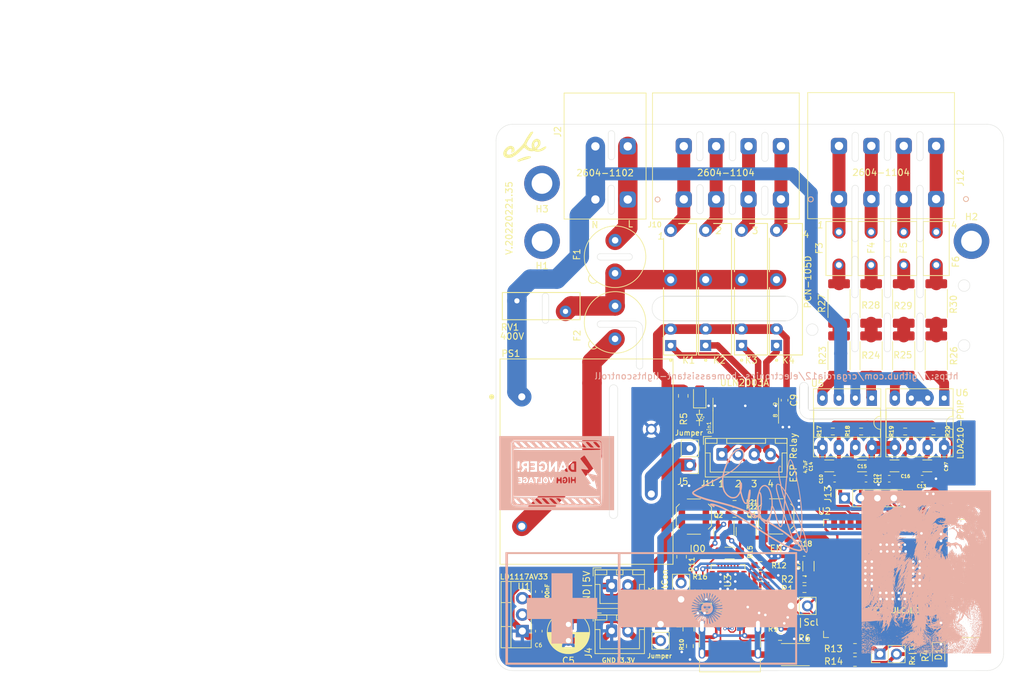
<source format=kicad_pcb>
(kicad_pcb (version 20211014) (generator pcbnew)
  (layers (0 "F.Cu" signal) (31 "B.Cu" signal) (34 "B.Paste" user) (35 "F.Paste" user) (36 "B.SilkS" user "B.Silkscreen") (37 "F.SilkS" user "F.Silkscreen") (38 "B.Mask" user) (39 "F.Mask" user) (44 "Edge.Cuts" user))
  (net 0 "")
  (net 1 "220VAC(L)")
  (net 2 "5V+")
  (net 3 "3.3V+")
  (net 4 "Sens4")
  (net 5 "Sens3")
  (net 6 "Sens2")
  (net 7 "Sens1")
  (net 8 "REO4")
  (net 9 "REO3")
  (net 10 "REO2")
  (net 11 "REO1")
  (net 12 "REI1")
  (net 13 "REI2")
  (net 14 "REI3")
  (net 15 "REI4")
  (net 16 "EspSens1")
  (net 17 "EspSens2")
  (net 18 "EspSens3")
  (net 19 "EspSens4")
  (net 20 "EspRel1")
  (net 21 "EspRel2")
  (net 22 "EspRel3")
  (net 23 "EspRel4")
  (net 27 "220VAC(N)")
  (net 28 "EN")
  (net 29 "D+")
  (net 30 "D-")
  (net 31 "RTS")
  (net 32 "IO0")
  (net 33 "DTR")
  (net 34 "RXD0")
  (net 35 "TXD0")
  (net 36 "VBUS")
  (net 38 "GND")
  (net 39 "Net-(Q1-Pad1)")
  (net 40 "Net-(Q2-Pad1)")
  (net 41 "Net-(C5-Pad1)")
  (net 42 "Net-(R14-Pad2)")
  (net 43 "Net-(R15-Pad2)")
  (net 44 "Net-(R23-Pad2)")
  (net 50 "Net-(D1-Pad2)")
  (net 51 "Net-(J5-Pad2)")
  (net 52 "Net-(J8-PadA5)")
  (net 54 "Net-(J8-PadB5)")
  (net 56 "Net-(J8-PadS1)")
  (net 57 "Net-(R24-Pad1)")
  (net 58 "Net-(R24-Pad2)")
  (net 59 "Net-(R13-Pad2)")
  (net 76 "SDA")
  (net 77 "SCL")
  (net 78 "Net-(J9-Pad2)")
  (net 95 "Net-(F3-Pad1)")
  (net 96 "Net-(F4-Pad1)")
  (net 97 "Net-(F5-Pad1)")
  (net 98 "Net-(R25-Pad1)")
  (net 99 "Net-(R25-Pad2)")
  (net 100 "Net-(D2-Pad2)")
  (net 101 "Net-(R23-Pad1)")
  (net 103 "Net-(F6-Pad1)")
  (net 104 "Net-(F2-Pad2)")
  (net 108 "Net-(D6-Pad1)")
  (net 109 "Net-(R4-Pad2)")
  (net 110 "Net-(R7-Pad2)")
  (net 111 "Net-(R12-Pad1)")
  (net 112 "Net-(R16-Pad2)")
  (net 113 "Net-(R26-Pad1)")
  (net 114 "Net-(R26-Pad2)")
  (net 115 "220VAC(N)-LowV")
  (net 116 "L_INPUT")
  (footprint "Connector_PinHeader_2.54mm:PinHeader_1x02_P2.54mm_Vertical" (layer "F.Cu") (at 150.5585 144.5387)
    (fp_text reference "J7" hide)
    (fp_text value "Current Jumper" hide)
  )
  (footprint "Capacitor_SMD:C_1206_3216Metric_Pad1.33x1.80mm_HandSolder" (layer "F.Cu") (at 181.6604 120.1039)
    (property "Value" "4.7uF")
    (fp_text reference "C15")
    (fp_text value "4.7uF" hide)
  )
  (footprint "Resistor_SMD:R_2512_6332Metric_Pad1.40x3.35mm_HandSolder" (layer "F.Cu") (at 178.1175 95.0361 -90)
    (fp_text reference "R27")
    (fp_text value "150kΩ1w" hide)
  )
  (footprint "Resistor_SMD:R_2512_6332Metric_Pad1.40x3.35mm_HandSolder" (layer "F.Cu") (at 183.0705 95.0361 -90)
    (fp_text reference "R28")
    (fp_text value "150kΩ1w" hide)
  )
  (footprint "Varistor:RV_Disc_D12mm_W4.2mm_P7.5mm" (layer "F.Cu") (at 128.3865 94.6235)
    (fp_text reference "RV1" hide)
    (fp_text value "400V")
  )
  (footprint "Resistor_SMD:R_2512_6332Metric_Pad1.40x3.35mm_HandSolder" (layer "F.Cu") (at 183.0705 103.0879 -90)
    (fp_text reference "R24")
    (fp_text value "150kΩ1w" hide)
  )
  (footprint "Resistor_SMD:R_2512_6332Metric_Pad1.40x3.35mm_HandSolder" (layer "F.Cu") (at 178.1175 103.0879 -90)
    (fp_text reference "R23")
    (fp_text value "150kΩ1w" hide)
  )
  (footprint "LED_SMD:LED_0805_2012Metric_Pad1.15x1.40mm_HandSolder" (layer "F.Cu") (at 156.6045 109.2885 90)
    (fp_text reference "D2" hide)
    (fp_text value "LED" hide)
  )
  (footprint "Resistor_SMD:R_0805_2012Metric_Pad1.20x1.40mm_HandSolder" (layer "F.Cu") (at 154.0645 109.2975 90)
    (fp_text reference "R5")
    (fp_text value "100Ω" hide)
  )
  (footprint "Connector_JST:JST_XH_B2B-XH-A_1x02_P2.50mm_Vertical" (layer "F.Cu") (at 143.0093 138.6035)
    (fp_text reference "J3")
    (fp_text value "GND|5V")
  )
  (footprint "Connector_PinHeader_2.54mm:PinHeader_1x02_P2.54mm_Vertical" (layer "F.Cu") (at 155.0805 119.9655 180)
    (fp_text reference "J5")
    (fp_text value "Jumper")
  )
  (footprint "icons:che" (layer "F.Cu") (at 129.5965 70.8135)
    (fp_text reference "G1" hide)
    (fp_text value "LOGO" hide)
  )
  (footprint "icons:led_6000dpi" (layer "F.Cu") (at 156.7065 112.6735 -90)
    (fp_text reference "G2" hide)
    (fp_text value "LOGO" hide)
  )
  (footprint "Capacitor_SMD:C_0603_1608Metric_Pad1.08x0.95mm_HandSolder" (layer "F.Cu") (at 131.7625 145.6145 -90)
    (fp_text reference "C6")
    (fp_text value "100nF")
  )
  (footprint "Capacitor_SMD:C_0603_1608Metric_Pad1.08x0.95mm_HandSolder" (layer "F.Cu") (at 131.7625 139.5185 90)
    (fp_text reference "C2")
    (fp_text value "100nF" hide)
  )
  (footprint "Connector_JST:JST_XH_B4B-XH-A_1x04_P2.50mm_Vertical" (layer "F.Cu") (at 160.0265 118.3145)
    (fp_text reference "J11")
    (fp_text value "ESP Relays" hide)
  )
  (footprint "Capacitor_SMD:C_0603_1608Metric_Pad1.08x0.95mm_HandSolder" (layer "F.Cu") (at 169.7101 109.9682 -90)
    (fp_text reference "C9")
    (fp_text value "100nF" hide)
  )
  (footprint "rac05-05sk:277" (layer "F.Cu") (at 139.1361 119.4435)
    (fp_text reference "PS1")
    (fp_text value "RAC05-05SK/277")
  )
  (footprint "Package_TO_SOT_THT:TO-220-3_Vertical" (layer "F.Cu") (at 129.2225 145.6055 90)
    (fp_text reference "U1")
    (fp_text value "LD1117AV33_TO220" hide)
  )
  (footprint "PCN:bigpads_TE_Connectivity-PCN-124D" (layer "F.Cu") (at 153.5728 92.850598 90)
    (fp_text reference "K1")
    (fp_text value "PCN-105D" hide)
  )
  (footprint "PCN:bigpads_TE_Connectivity-PCN-124D" (layer "F.Cu") (at 158.9703 92.831099 90)
    (fp_text reference "K2")
    (fp_text value "PCN-105D" hide)
  )
  (footprint "PCN:bigpads_TE_Connectivity-PCN-124D" (layer "F.Cu") (at 169.9155 92.831099 90)
    (fp_text reference "K4")
    (fp_text value "PCN-105D")
  )
  (footprint "wago-2604-1104:big_pads_2604-1104" (layer "F.Cu") (at 169.1465 78.9535 180)
    (fp_text reference "J10")
    (fp_text value "2604-1104")
  )
  (footprint "wago-2604-1102:big_pads_2604-1102" (layer "F.Cu") (at 145.5001 78.977099 180)
    (fp_text reference "J2")
    (fp_text value "2604-1102")
  )
  (footprint "wago-2604-1104:big_pads_2604-1104" (layer "F.Cu") (at 193.1065 78.913499 180)
    (fp_text reference "J12")
    (fp_text value "2604-1104")
  )
  (footprint "Fuse:Fuseholder_TR5_Littelfuse_No560_No460" (layer "F.Cu") (at 143.5465 85.2835 -90)
    (fp_text reference "F1")
    (fp_text value "250V500mA")
  )
  (footprint "MountingHole:MountingHole_3.2mm_M3_ISO14580_Pad" (layer "F.Cu") (at 198.5645 85.4075)
    (fp_text reference "H2")
    (fp_text value "MountingHole_Pad" hide)
  )
  (footprint "MountingHole:MountingHole_3.2mm_M3_ISO14580_Pad" (layer "F.Cu") (at 132.2705 85.4075)
    (fp_text reference "H1")
    (fp_text value "MountingHole_Pad" hide)
  )
  (footprint "PCN:bigpads_TE_Connectivity-PCN-124D" (layer "F.Cu") (at 164.518 92.831099 90)
    (fp_text reference "K3")
    (fp_text value "PCN-105D" hide)
  )
  (footprint "MountingHole:MountingHole_3.2mm_M3_ISO14580_Pad" (layer "F.Cu") (at 132.2565 76.5035)
    (fp_text reference "H3")
    (fp_text value "MountingHole_Pad" hide)
  )
  (footprint "Package_SO:SOIC-16_3.9x9.9mm_P1.27mm" (layer "F.Cu") (at 163.7165 111.5835 90)
    (fp_text reference "U4" hide)
    (fp_text value "ULN2003A")
  )
  (footprint "Capacitor_SMD:C_0603_1608Metric_Pad1.08x0.95mm_HandSolder" (layer "F.Cu") (at 182.282 122.0851)
    (fp_text reference "C11")
    (fp_text value "100nF" hide)
  )
  (footprint "Capacitor_SMD:C_0603_1608Metric_Pad1.08x0.95mm_HandSolder" (layer "F.Cu") (at 185.8634 122.0851 180)
    (fp_text reference "C12")
    (fp_text value "100nF" hide)
  )
  (footprint "Capacitor_SMD:C_1206_3216Metric_Pad1.33x1.80mm_HandSolder" (layer "F.Cu") (at 186.6773 120.1039 180)
    (fp_text reference "C16")
    (fp_text value "4.7uF" hide)
  )
  (footprint "Capacitor_SMD:C_1206_3216Metric_Pad1.33x1.80mm_HandSolder" (layer "F.Cu") (at 191.745 120.1039)
    (fp_text reference "C17")
    (fp_text value "4.7uF" hide)
  )
  (footprint "Resistor_SMD:R_2512_6332Metric_Pad1.40x3.35mm_HandSolder" (layer "F.Cu") (at 193.1289 103.0879 -90)
    (fp_text reference "R26")
    (fp_text value "150kΩ1w" hide)
  )
  (footprint "Resistor_SMD:R_2512_6332Metric_Pad1.40x3.35mm_HandSolder" (layer "F.Cu") (at 188.0997 95.0361 -90)
    (fp_text reference "R29")
    (fp_text value "150kΩ1w" hide)
  )
  (footprint "Resistor_SMD:R_2512_6332Metric_Pad1.40x3.35mm_HandSolder" (layer "F.Cu") (at 193.1289 95.0361 -90)
    (fp_text reference "R30")
    (fp_text value "150kΩ1w" hide)
  )
  (footprint "Package_DIP:DIP-8_W7.62mm_Socket_LongPads" (layer "F.Cu") (at 183.1721 109.6391 -90)
    (fp_text reference "U5")
    (fp_text value "LDA210-PDIP")
  )
  (footprint "Package_DIP:DIP-8_W7.62mm_Socket_LongPads" (layer "F.Cu") (at 194.3481 109.6391 -90)
    (fp_text reference "U6")
    (fp_text value "LDA210-PDIP" hide)
  )
  (footprint "Resistor_SMD:R_2512_6332Metric_Pad1.40x3.35mm_HandSolder" (layer "F.Cu") (at 188.0997 103.0879 -90)
    (fp_text reference "R25")
    (fp_text value "150kΩ1w" hide)
  )
  (footprint "Capacitor_SMD:C_0603_1608Metric_Pad1.08x0.95mm_HandSolder" (layer "F.Cu") (at 177.4328 122.0851 180)
    (fp_text reference "C10")
    (fp_text value "100nF" hide)
  )
  (footprint "Capacitor_SMD:C_0603_1608Metric_Pad1.08x0.95mm_HandSolder" (layer "F.Cu") (at 190.9434 122.0851)
    (fp_text reference "C13")
    (fp_text value "100nF" hide)
  )
  (footprint "Resistor_SMD:R_0603_1608Metric_Pad0.98x0.95mm_HandSolder" (layer "F.Cu") (at 190.1685 125.4125)
    (fp_text reference "R3")
    (fp_text value "10kΩ" hide)
  )
  (footprint "Capacitor_SMD:C_0603_1608Metric_Pad1.08x0.95mm_HandSolder" (layer "F.Cu") (at 193.5215 125.4125)
    (fp_text reference "C3")
    (fp_text value "22uF" hide)
  )
  (footprint "Capacitor_SMD:C_0603_1608Metric_Pad1.08x0.95mm_HandSolder" (layer "F.Cu") (at 190.156 126.9365 180)
    (fp_text reference "C1")
    (fp_text value "100nF" hide)
  )
  (footprint "Package_TO_SOT_SMD:SOT-23" (layer "F.Cu") (at 163.7965 130.236 -90)
    (fp_text reference "Q1")
    (fp_text value "SS8050-SMD" hide)
  )
  (footprint "Resistor_SMD:R_0603_1608Metric_Pad0.98x0.95mm_HandSolder" (layer "F.Cu") (at 161.984 127.5135)
    (fp_text reference "R22")
    (fp_text value "10kΩ" hide)
  )
  (footprint "Resistor_SMD:R_0603_1608Metric_Pad0.98x0.95mm_HandSolder" (layer "F.Cu") (at 161.984 125.9835 180)
    (fp_text reference "R21")
    (fp_text value "10kΩ" hide)
  )
  (footprint "Diode_SMD:D_SOD-523" (layer "F.Cu") (at 157.283 141.9009 180)
    (fp_text reference "D3" hide)
    (fp_text value "D_TVS" hide)
  )
  (footprint "Connector_JST:JST_XH_B2B-XH-A_1x02_P2.50mm_Vertical" (layer "F.Cu") (at 143.0093 145.5801)
    (fp_text reference "J4")
    (fp_text value "GND|3.3V")
  )
  (footprint "Button_Switch_SMD:SW_SPST_SKQG_WithStem" (layer "F.Cu") (at 168.4165 127.9035 90)
    (fp_text reference "SW1")
    (fp_text value "EN")
  )
  (footprint "Button_Switch_SMD:SW_SPST_SKQG_WithStem" (layer "F.Cu") (at 155.7065 127.9335 -90)
    (fp_text reference "SW2")
    (fp_text value "IO0")
  )
  (footprint "Capacitor_SMD:C_0603_1608Metric_Pad1.08x0.95mm_HandSolder" (layer "F.Cu") (at 164.9749 140.9408 -90)
    (fp_text reference "C8" hide)
    (fp_text value "4.7uF" hide)
  )
  (footprint "Resistor_SMD:R_0603_1608Metric_Pad0.98x0.95mm_HandSolder" (layer "F.Cu") (at 165.978 135.4109)
    (fp_text reference "R12")
    (fp_text value "1kΩ")
  )
  (footprint "Resistor_SMD:R_0603_1608Metric_Pad0.98x0.95mm_HandSolder" (layer "F.Cu") (at 165.978 138.4589 180)
    (fp_text reference "R7" hide)
    (fp_text value "22.1kΩ" hide)
  )
  (footprint "Resistor_SMD:R_0603_1608Metric_Pad0.98x0.95mm_HandSolder" (layer "F.Cu") (at 165.978 136.9349)
    (fp_text reference "R8" hide)
    (fp_text value "47.5kΩ" hide)
  )
  (footprint "Capacitor_SMD:C_0603_1608Metric_Pad1.08x0.95mm_HandSolder" (layer "F.Cu") (at 166.5749 140.9473 -90)
    (fp_text reference "C7")
    (fp_text value "100nF")
  )
  (footprint "Resistor_SMD:R_0603_1608Metric_Pad0.98x0.95mm_HandSolder" (layer "F.Cu") (at 156.4065 139.4655 -90)
    (fp_text reference "R16")
    (fp_text value "1kΩ")
  )
  (footprint "Diode_SMD:D_SOD-323" (layer "F.Cu") (at 154.8765 144.5641 -90)
    (fp_text reference "D6")
    (fp_text value "BAT60A-7" hide)
  )
  (footprint "Diode_SMD:D_SOD-523" (layer "F.Cu") (at 159.883 141.9009 180)
    (fp_text reference "D5")
    (fp_text value "D_TVS")
  )
  (footprint "Diode_SMD:D_SOD-523" (layer "F.Cu") (at 162.593 141.9009)
    (fp_text reference "D4" hide)
    (fp_text value "D_TVS" hide)
  )
  (footprint "RF_Module:ESP32-WROOM-32" (layer "F.Cu") (at 185.6105 137.4865 -90)
    (fp_text reference "U2")
    (fp_text value "ESP32-WROOM-32E")
  )
  (footprint "Package_TO_SOT_SMD:SOT-23" (layer "F.Cu") (at 160.3365 130.246 -90)
    (fp_text reference "Q2")
    (fp_text value "SS8050" hide)
  )
  (footprint "Connector_PinSocket_2.54mm:PinSocket_1x04_P2.54mm_Vertical" (layer "F.Cu") (at 178.9557 125.0823 90)
    (fp_text reference "J13")
    (fp_text value "EspSense")
  )
  (footprint "Connector_PinHeader_2.54mm:PinHeader_1x02_P2.54mm_Vertical" (layer "F.Cu") (at 184.4421 149.1615 90)
    (fp_text reference "J6" hide)
    (fp_text value "Conn_01x02_Male" hide)
  )
  (footprint "Resistor_SMD:R_1206_3216Metric_Pad1.30x1.75mm_HandSolder" (layer "F.Cu") (at 161.229 133.5755 180)
    (fp_text reference "R15")
    (fp_text value "1kΩ")
  )
  (footprint "Resistor_SMD:R_0805_2012Metric_Pad1.20x1.40mm_HandSolder" (layer "F.Cu") (at 180.578 150.3045 180)
    (fp_text reference "R14")
    (fp_text value "0Ω" hide)
  )
  (footprint "Resistor_SMD:R_0805_2012Metric_Pad1.20x1.40mm_HandSolder" (layer "F.Cu") (at 180.578 148.2725 180)
    (fp_text reference "R13")
    (fp_text value "0Ω" hide)
  )
  (footprint "Package_DFN_QFN:QFN-28-1EP_5x5mm_P0.5mm_EP3.35x3.35mm" (layer "F.Cu") (at 160.983 137.9409 90)
    (fp_text reference "U3")
    (fp_text value "CP2102N-A01-GQFN28" hide)
  )
  (footprint "Capacitor_SMD:C_0603_1608Metric_Pad1.08x0.95mm_HandSolder" (layer "F.Cu") (at 193.511 126.9365)
    (fp_text reference "C4")
    (fp_text value "100nF" hide)
  )
  (footprint "Capacitor_SMD:C_1206_3216Metric_Pad1.33x1.80mm_HandSolder" (layer "F.Cu") (at 176.6058 120.1039 180)
    (fp_text reference "C14")
    (fp_text value "4.7uF")
  )
  (footprint "Connector_PinHeader_2.54mm:PinHeader_1x02_P2.54mm_Vertical" (layer "F.Cu") (at 153.7335 140.7083 180)
    (fp_text reference "J9" hide)
    (fp_text value "DoNotCon")
  )
  (footprint "Capacitor_SMD:C_0603_1608Metric_Pad1.08x0.95mm_HandSolder" (layer "F.Cu") (at 172.7316 133.5405 180)
    (fp_text reference "C18")
    (fp_text value "100nF" hide)
  )
  (footprint "Resistor_SMD:R_0603_1608Metric_Pad0.98x0.95mm_HandSolder" (layer "F.Cu") (at 169.009 146.5135)
    (fp_text reference "R9")
    (fp_text value "5.1kΩ" hide)
  )
  (footprint "Resistor_SMD:R_0603_1608Metric_Pad0.98x0.95mm_HandSolder" (layer "F.Cu") (at 188.3264 114.7953)
    (fp_text reference "R19")
    (fp_text value "47.5kΩ" hide)
  )
  (footprint "RST-80-AMMO:FUSE_RST-1-BULK" (layer "F.Cu") (at 183.0705 86.5505 90)
    (fp_text reference "F4")
    (fp_text value "Fuse")
  )
  (footprint "Resistor_SMD:R_0603_1608Metric_Pad0.98x0.95mm_HandSolder" (layer "F.Cu") (at 177.1542 114.7953)
    (fp_text reference "R17")
    (fp_text value "47.5kΩ" hide)
  )
  (footprint "RST-80-AMMO:FUSE_RST-1-BULK" (layer "F.Cu") (at 193.1289 86.5505 90)
    (fp_text reference "F6")
    (fp_text value "Fuse")
  )
  (footprint "Connector_PinHeader_2.54mm:PinHeader_1x02_P2.54mm_Vertical" (layer "F.Cu") (at 170.7007 141.7193 90)
    (fp_text reference "J1" hide)
    (fp_text value "Conn_01x02_Male" hide)
  )
  (footprint "LED_SMD:LED_0805_2012Metric_Pad1.15x1.40mm_HandSolder" (layer "F.Cu") (at 193.4845 149.2425 -90)
    (fp_text reference "D1")
    (fp_text value "LED")
  )
  (footprint "Connector_USB:USB_C_Receptacle_HRO_TYPE-C-31-M-12" (layer "F.Cu") (at 161.273 148.0009)
    (fp_text reference "J8")
    (fp_text value "USB_C_Receptacle_USB2.0")
  )
  (footprint "Resistor_SMD:R_0603_1608Metric_Pad0.98x0.95mm_HandSolder" (layer "F.Cu") (at 192.6952 114.7953 180)
    (fp_text reference "R20")
    (fp_text value "47.5kΩ" hide)
  )
  (footprint "RST-80-AMMO:FUSE_RST-1-BULK" (layer "F.Cu") (at 188.0997 86.5505 90)
    (fp_text reference "F5")
    (fp_text value "Fuse")
  )
  (footprint "Fuse:Fuseholder_TR5_Littelfuse_No560_No460" (layer "F.Cu") (at 143.5465 95.4135 -90)
    (fp_text reference "F2")
    (fp_text value "250V50mA")
  )
  (footprint "Resistor_SMD:R_0805_2012Metric_Pad1.20x1.40mm_HandSolder" (layer "F.Cu") (at 153.8065 134.1355 -90)
    (fp_text reference "R11")
    (fp_text value "50Ω" hide)
  )
  (footprint "Resistor_SMD:R_2512_6332Metric_Pad1.40x3.35mm_HandSolder" (layer "F.Cu") (at 171.3765 149.2435)
    (fp_text reference "R6")
    (fp_text value "150kΩ1w")
  )
  (footprint "sht40:XDCR_SHT40-AD1B-R2" (layer "F.Cu") (at 173.3931 135.584 90)
    (fp_text reference "U7")
    (fp_text value "SHT4x")
  )
  (footprint "Resistor_SMD:R_0603_1608Metric_Pad0.98x0.95mm_HandSolder" (layer "F.Cu") (at 172.7816 137.6045)
    (fp_text reference "R2")
    (fp_text value "10kΩ")
  )
  (footprint "Capacitor_THT:CP_Radial_D6.3mm_P2.50mm" (layer "F.Cu") (at 136.3345 144.575521 -90)
    (fp_text reference "C5")
    (fp_text value "10uF" hide)
  )
  (footprint "RST-80-AMMO:FUSE_RST-1-BULK" (layer "F.Cu") (at 178.0921 86.5505 90)
    (fp_text reference "F3")
    (fp_text value "Fuse")
  )
  (footprint "Resistor_SMD:R_0603_1608Metric_Pad0.98x0.95mm_HandSolder" (layer "F.Cu") (at 181.523 114.7953 180)
    (fp_text reference "R18")
    (fp_text value "47.5kΩ" hide)
  )
  (footprint "Resistor_SMD:R_0603_1608Metric_Pad0.98x0.95mm_HandSolder" (layer "F.Cu") (at 172.7816 139.1285)
    (fp_text reference "R1")
    (fp_text value "10kΩ")
  )
  (footprint "Resistor_SMD:R_0805_2012Metric_Pad1.20x1.40mm_HandSolder" (layer "F.Cu") (at 191.4075 149.2425 90)
    (fp_text reference "R4")
    (fp_text value "100Ω")
  )
  (footprint "Resistor_SMD:R_0603_1608Metric_Pad0.98x0.95mm_HandSolder" (layer "F.Cu") (at 155.0865 147.926 -90)
    (fp_text reference "R10")
    (fp_text value "5.1kΩ" hide)
  )
  (footprint "icons:danger1_negative" (layer "B.Cu") (at 134.5565 121.2215 180)
    (fp_text reference "G3" hide)
    (fp_text value "LOGO" hide)
  )
  (footprint "icons:flags" (layer "B.Cu") (at 149.1234 142.113 180)
    (fp_text reference "G***")
    (fp_text value "LOGO" hide)
  )
  (footprint "icons:paula" (layer "B.Cu") (at 164.167727 125.752389 180)
    (fp_text reference "G***" hide)
    (fp_text value "LOGO" hide)
  )
  (footprint "icons:depsi" (layer "B.Cu") (at 191.5795 136.4615 180)
    (fp_text reference "G4")
    (fp_text value "LOGO" hide)
  )
  (footprint "NetTie:NetTie-2_SMD_Pad2.0mm" (layer "B.Cu") (at 178.3715 104.7115 -90)
    (fp_text reference "NT1" hide)
    (fp_text value "NetTie_2")
  )
  (gr_arc (start 203.5175 149.1615) (mid 202.773551 150.957551) (end 200.9775 151.7015) (layer "Edge.Cuts") (width 0.05))
  (gr_line (start 203.5175 149.1615) (end 203.5175 69.9135) (layer "Edge.Cuts") (width 0.05))
  (gr_line (start 161.8365 151.7035) (end 127.6985 151.7035) (layer "Edge.Cuts") (width 0.05))
  (gr_circle (center 197.4215 92.2655) (end 198.3215 92.2655) (layer "Edge.Cuts") (width 0.05) (fill none))
  (gr_line (start 169.852 97.715027) (end 151.151705 97.715027) (layer "Edge.Cuts") (width 0.1))
  (gr_line (start 200.9775 67.3735) (end 127.6985 67.3735) (layer "Edge.Cuts") (width 0.05))
  (gr_line (start 151.151705 93.910599) (end 169.852 93.910599) (layer "Edge.Cuts") (width 0.1))
  (gr_arc (start 151.151705 97.715027) (mid 149.249491 95.812813) (end 151.151705 93.910599) (layer "Edge.Cuts") (width 0.05))
  (gr_line (start 125.1585 149.1615) (end 125.1585 69.9135) (layer "Edge.Cuts") (width 0.05))
  (gr_arc (start 169.852 93.910599) (mid 171.754214 95.812813) (end 169.852 97.715027) (layer "Edge.Cuts") (width 0.05))
  (gr_arc (start 127.6985 151.7035) (mid 125.90234 150.958246) (end 125.1585 149.1615) (layer "Edge.Cuts") (width 0.05))
  (gr_line (start 200.9775 151.7015) (end 161.8365 151.7035) (layer "Edge.Cuts") (width 0.05))
  (gr_arc (start 200.9775 67.3735) (mid 202.773551 68.117449) (end 203.5175 69.9135) (layer "Edge.Cuts") (width 0.05))
  (gr_arc (start 147.828875 104.654892) (mid 147.330625 105.156) (end 146.832375 104.654892) (layer "Edge.Cuts") (width 0.05))
  (gr_line (start 186.09605 93.65955) (end 186.09605 88.22985) (layer "Edge.Cuts") (width 0.05))
  (gr_line (start 190.1004 68.9991) (end 190.1004 72.5075) (layer "Edge.Cuts") (width 0.05))
  (gr_circle (center 173.9773 99.0727) (end 174.8773 99.0727) (layer "Edge.Cuts") (width 0.05) (fill none))
  (gr_line (start 156.1152 68.9991) (end 156.1152 72.5075) (layer "Edge.Cuts") (width 0.05))
  (gr_line (start 172.0215 111.2647) (end 172.0215 107.8865) (layer "Edge.Cuts") (width 0.1))
  (gr_arc (start 181.1147 72.6091) (mid 180.61645 73.10735) (end 180.1182 72.6091) (layer "Edge.Cuts") (width 0.05))
  (gr_line (start 180.07035 88.22985) (end 180.07035 93.65955) (layer "Edge.Cuts") (width 0.05))
  (gr_arc (start 180.1182 69.1007) (mid 180.61645 68.60245) (end 181.1147 69.1007) (layer "Edge.Cuts") (width 0.05))
  (gr_line (start 162.1409 80.7879) (end 162.1409 77.2795) (layer "Edge.Cuts") (width 0.05))
  (gr_line (start 142.45 77.2541) (end 142.45 80.7625) (layer "Edge.Cuts") (width 0.05))
  (gr_line (start 181.06685 93.65955) (end 181.06685 88.22985) (layer "Edge.Cuts") (width 0.05))
  (gr_arc (start 181.06685 102) (mid 180.5686 102.49825) (end 180.07035 102) (layer "Edge.Cuts") (width 0.05))
  (gr_arc (start 162.1663 72.5075) (mid 161.66805 73.00575) (end 161.1698 72.5075) (layer "Edge.Cuts") (width 0.05))
  (gr_arc (start 191.09985 85.0099) (mid 190.6016 85.50815) (end 190.10335 85.0099) (layer "Edge.Cuts") (width 0.05))
  (gr_arc (start 142.6665 108.2135) (mid 143.3015 107.5785) (end 143.9365 108.2135) (layer "Edge.Cuts") (width 0.05))
  (gr_circle (center 197.4215 101.5111) (end 198.3215 101.5111) (layer "Edge.Cuts") (width 0.05) (fill none))
  (gr_arc (start 173.6217 112.8649) (mid 172.490188 112.396212) (end 172.0215 111.2647) (layer "Edge.Cuts") (width 0.05))
  (gr_line (start 191.12525 93.65955) (end 191.12525 88.22985) (layer "Edge.Cuts") (width 0.05))
  (gr_arc (start 186.09605 93.65955) (mid 185.5978 94.1578) (end 185.09955 93.65955) (layer "Edge.Cuts") (width 0.05))
  (gr_arc (start 161.1698 68.9991) (mid 161.66805 68.50085) (end 162.1663 68.9991) (layer "Edge.Cuts") (width 0.05))
  (gr_arc (start 191.0969 72.5075) (mid 190.59865 73.00575) (end 190.1004 72.5075) (layer "Edge.Cuts") (width 0.05))
  (gr_line (start 145.712375 87.334375) (end 141.280625 87.334375) (layer "Edge.Cuts") (width 0.05))
  (gr_line (start 156.1406 77.1779) (end 156.1406 80.6863) (layer "Edge.Cuts") (width 0.05))
  (gr_arc (start 180.07035 88.22985) (mid 180.5686 87.7316) (end 181.06685 88.22985) (layer "Edge.Cuts") (width 0.05))
  (gr_line (start 190.10335 77.28245) (end 190.10335 85.0099) (layer "Edge.Cuts") (width 0.05))
  (gr_line (start 191.09985 85.0099) (end 191.09985 77.28245) (layer "Edge.Cuts") (width 0.05))
  (gr_arc (start 141.280625 98.730875) (mid 140.779497 98.232625) (end 141.280625 97.734375) (layer "Edge.Cuts") (width 0.05))
  (gr_line (start 166.1736 69.1007) (end 166.1736 72.6091) (layer "Edge.Cuts") (width 0.05))
  (gr_line (start 173.6217 111.5187) (end 195.7197 111.5187) (layer "Edge.Cuts") (width 0.1))
  (gr_arc (start 172.0215 107.8865) (mid 172.6946 107.2134) (end 173.3677 107.8865) (layer "Edge.Cuts") (width 0.05))
  (gr_line (start 185.07415 97) (end 185.07415 102) (layer "Edge.Cuts") (width 0.05))
  (gr_line (start 141.280625 98.730875) (end 146.6342 98.7298) (layer "Edge.Cuts") (width 0.05))
  (gr_line (start 166.1482 77.4065) (end 166.1482 80.9149) (layer "Edge.Cuts") (width 0.05))
  (gr_line (start 173.3677 107.8865) (end 173.3677 111.2647) (layer "Edge.Cuts") (width 0.1))
  (gr_arc (start 190.12875 88.22985) (mid 190.627 87.7316) (end 191.12525 88.22985) (layer "Edge.Cuts") (width 0.05))
  (gr_line (start 180.1065 77.2707) (end 180.1065 84.99815) (layer "Edge.Cuts") (width 0.05))
  (gr_arc (start 143.473 72.3519) (mid 142.97475 72.85015) (end 142.4765 72.3519) (layer "Edge.Cuts") (width 0.05))
  (gr_arc (start 157.1117 72.5075) (mid 156.61345 73.00575) (end 156.1152 72.5075) (layer "Edge.Cuts") (width 0.05))
  (gr_line (start 186.0931 72.4567) (end 186.0931 68.9483) (layer "Edge.Cuts") (width 0.05))
  (gr_line (start 191.12525 102) (end 191.12525 97) (layer "Edge.Cuts") (width 0.05))
  (gr_arc (start 146.6342 98.7298) (mid 146.777884 98.789316) (end 146.8374 98.933) (layer "Edge.Cuts") (width 0.05))
  (gr_line (start 146.8374 98.933) (end 146.832375 104.654892) (layer "Edge.Cuts") (width 0.05))
  (gr_line (start 157.1371 80.6863) (end 157.1371 77.1779) (layer "Edge.Cuts") (width 0.05))
  (gr_line (start 180.07035 97) (end 180.07035 102) (layer "Edge.Cuts") (width 0.05))
  (gr_arc (start 190.10335 77.28245) (mid 190.6016 76.7842) (end 191.09985 77.28245) (layer "Edge.Cuts") (width 0.05))
  (gr_line (start 147.828875 104.654892) (end 147.828 98.933) (layer "Edge.Cuts") (width 0.05))
  (gr_arc (start 162.1409 80.7879) (mid 161.64265 81.28615) (end 161.1444 80.7879) (layer "Edge.Cuts") (width 0.05))
  (gr_line (start 180.1182 69.1007) (end 180.1182 72.6091) (layer "Edge.Cuts") (width 0.05))
  (gr_line (start 167.1447 80.9149) (end 167.1447 77.4065) (layer "Edge.Cuts") (width 0.05))
  (gr_line (start 190.12875 97) (end 190.12875 102) (layer "Edge.Cuts") (width 0.05))
  (gr_arc (start 133.2865 97.60925) (mid 132.78825 98.1075) (end 132.29 97.60925) (layer "Edge.Cuts") (width 0.05))
  (gr_line (start 195.7197 112.8649) (end 173.6217 112.8649) (layer "Edge.Cuts") (width 0.1))
  (gr_line (start 186.09605 84.9845) (end 186.09605 77.25705) (layer "Edge.Cuts") (width 0.05))
  (gr_arc (start 181.103 84.99815) (mid 180.60475 85.4964) (end 180.1065 84.99815) (layer "Edge.Cuts") (width 0.05))
  (gr_arc (start 173.6217 111.5187) (mid 173.442095 111.444305) (end 173.3677 111.2647) (layer "Edge.Cuts") (width 0.05))
  (gr_arc (start 157.1371 80.6863) (mid 156.63885 81.18455) (end 156.1406 80.6863) (layer "Edge.Cuts") (width 0.05))
  (gr_arc (start 142.4765 68.8435) (mid 142.97475 68.34525) (end 143.473 68.8435) (layer "Edge.Cuts") (width 0.05))
  (gr_line (start 143.473 72.3519) (end 143.473 68.8435) (layer "Edge.Cuts") (width 0.05))
  (gr_arc (start 145.712375 87.334375) (mid 146.210625 87.832625) (end 145.712375 88.330875) (layer "Edge.Cuts") (width 0.05))
  (gr_line (start 143.4465 80.7625) (end 143.4465 77.2541) (layer "Edge.Cuts") (width 0.05))
  (gr_line (start 181.103 84.99815) (end 181.103 77.2707) (layer "Edge.Cuts") (width 0.05))
  (gr_arc (start 142.45 77.2541) (mid 142.94825 76.75585) (end 143.4465 77.2541) (layer "Edge.Cuts") (width 0.05))
  (gr_arc (start 143.4465 80.7625) (mid 142.94825 81.26075) (end 142.45 80.7625) (layer "Edge.Cuts") (width 0.05))
  (gr_line (start 167.1701 72.6091) (end 167.1701 69.1007) (layer "Edge.Cuts") (width 0.05))
  (gr_line (start 161.1698 68.9991) (end 161.1698 72.5075) (layer "Edge.Cuts") (width 0.05))
  (gr_arc (start 143.9365 127.6191) (mid 143.3015 128.238678) (end 142.6665 127.6191) (layer "Edge.Cuts") (width 0.05))
  (gr_line (start 185.09955 88.22985) (end 185.09955 93.65955) (layer "Edge.Cuts") (width 0.05))
  (gr_arc (start 166.1736 69.1007) (mid 166.67185 68.60245) (end 167.1701 69.1007) (layer "Edge.Cuts") (width 0.05))
  (gr_arc (start 181.06685 93.65955) (mid 180.5686 94.1578) (end 180.07035 93.65955) (layer "Edge.Cuts") (width 0.05))
  (gr_line (start 161.1444 77.2795) (end 161.1444 80.7879) (layer "Edge.Cuts") (width 0.05))
  (gr_arc (start 125.1585 69.9135) (mid 125.902449 68.117449) (end 127.6985 67.3735) (layer "Edge.Cuts") (width 0.05))
  (gr_arc (start 141.280625 88.330875) (mid 140.782375 87.832625) (end 141.280625 87.334375) (layer "Edge.Cuts") (width 0.05))
  (gr_arc (start 161.1444 77.2795) (mid 161.64265 76.78125) (end 162.1409 77.2795) (layer "Edge.Cuts") (width 0.05))
  (gr_line (start 132.29 93.92975) (end 132.29 97.60925) (layer "Edge.Cuts") (width 0.05))
  (gr_line (start 185.09955 77.25705) (end 185.09955 84.9845) (layer "Edge.Cuts") (width 0.05))
  (gr_line (start 162.1663 72.5075) (end 162.1663 68.9991) (layer "Edge.Cuts") (width 0.05))
  (gr_arc (start 185.09955 88.22985) (mid 185.5978 87.7316) (end 186.09605 88.22985) (layer "Edge.Cuts") (width 0.05))
  (gr_arc (start 186.0931 72.4567) (mid 185.59485 72.95495) (end 185.0966 72.4567) (layer "Edge.Cuts") (width 0.05))
  (gr_arc (start 185.0966 68.9483) (mid 185.59485 68.45005) (end 186.0931 68.9483) (layer "Edge.Cuts") (width 0.05))
  (gr_line (start 142.6665 108.2135) (end 142.6665 127.6191) (layer "Edge.Cuts") (width 0.05))
  (gr_arc (start 167.1447 80.9149) (mid 166.64645 81.41315) (end 166.1482 80.9149) (layer "Edge.Cuts") (width 0.05))
  (gr_arc (start 190.12875 97) (mid 190.627 96.50175) (end 191.12525 97) (layer "Edge.Cuts") (width 0.05))
  (gr_arc (start 191.12525 93.65955) (mid 190.627 94.1578) (end 190.12875 93.65955) (layer "Edge.Cuts") (width 0.05))
  (gr_arc (start 186.09605 84.9845) (mid 185.5978 85.48275) (end 185.09955 84.9845) (layer "Edge.Cuts") (width 0.05))
  (gr_arc (start 156.1406 77.1779) (mid 156.63885 76.67965) (end 157.1371 77.1779) (layer "Edge.Cuts") (width 0.05))
  (gr_arc (start 186.07065 102) (mid 185.5724 102.49825) (end 185.07415 102) (layer "Edge.Cuts") (width 0.05))
  (gr_line (start 191.0969 72.5075) (end 191.0969 68.9991) (layer "Edge.Cuts") (width 0.05))
  (gr_arc (start 185.09955 77.25705) (mid 185.5978 76.7588) (end 186.09605 77.25705) (layer "Edge.Cuts") (width 0.05))
  (gr_arc (start 146.6342 97.7392) (mid 147.478344 98.088856) (end 147.828 98.933) (layer "Edge.Cuts") (width 0.05))
  (gr_arc (start 156.1152 68.9991) (mid 156.61345 68.50085) (end 157.1117 68.9991) (layer "Edge.Cuts") (width 0.05))
  (gr_line (start 157.1117 72.5075) (end 157.1117 68.9991) (layer "Edge.Cuts") (width 0.05))
  (gr_line (start 142.4765 68.8435) (end 142.4765 72.3519) (layer "Edge.Cuts") (width 0.05))
  (gr_line (start 190.12875 88.22985) (end 190.12875 93.65955) (layer "Edge.Cuts") (width 0.05))
  (gr_line (start 146.6342 97.7392) (end 141.280625 97.734375) (layer "Edge.Cuts") (width 0.05))
  (gr_line (start 181.06685 102) (end 181.06685 97) (layer "Edge.Cuts") (width 0.05))
  (gr_arc (start 132.29 93.92975) (mid 132.78825 93.4315) (end 133.2865 93.92975) (layer "Edge.Cuts") (width 0.05))
  (gr_arc (start 195.7197 111.5187) (mid 196.3928 112.1918) (end 195.7197 112.8649) (layer "Edge.Cuts") (width 0.05))
  (gr_arc (start 180.07035 97) (mid 180.5686 96.50175) (end 181.06685 97) (layer "Edge.Cuts") (width 0.05))
  (gr_arc (start 185.07415 97) (mid 185.5724 96.50175) (end 186.07065 97) (layer "Edge.Cuts") (width 0.05))
  (gr_arc (start 166.1482 77.4065) (mid 166.64645 76.90825) (end 167.1447 77.4065) (layer "Edge.Cuts") (width 0.05))
  (gr_arc (start 190.1004 68.9991) (mid 190.59865 68.50085) (end 191.0969 68.9991) (layer "Edge.Cuts") (width 0.05))
  (gr_arc (start 167.1701 72.6091) (mid 166.67185 73.10735) (end 166.1736 72.6091) (layer "Edge.Cuts") (width 0.05))
  (gr_line (start 133.2865 97.60925) (end 133.2865 93.92975) (layer "Edge.Cuts") (width 0.05))
  (gr_line (start 185.0966 68.9483) (end 185.0966 72.4567) (layer "Edge.Cuts") (width 0.05))
  (gr_line (start 186.07065 102) (end 186.07065 97) (layer "Edge.Cuts") (width 0.05))
  (gr_line (start 181.1147 72.6091) (end 181.1147 69.1007) (layer "Edge.Cuts") (width 0.05))
  (gr_line (start 141.280625 88.330875) (end 145.712375 88.330875) (layer "Edge.Cuts") (width 0.05))
  (gr_line (start 143.9365 127.6191) (end 143.9365 108.2135) (layer "Edge.Cuts") (width 0.05))
  (gr_arc (start 180.1065 77.2707) (mid 180.60475 76.77245) (end 181.103 77.2707) (layer "Edge.Cuts") (width 0.05))
  (gr_arc (start 191.12525 102) (mid 190.627 102.49825) (end 190.12875 102) (layer "Edge.Cuts") (width 0.05))
  (gr_text "https://github.com/crgarcia12/electronics-homeassistant-lightscontroll" (at 168.4655 106.2355) (layer "B.SilkS") (effects (font (size 1 1)) (justify mirror)))
  (gr_text "4" (at 195.8865 82.9435) (layer "F.SilkS") (effects (font (size 1 1))))
  (gr_text "1" (at 175.2065 82.9135) (layer "F.SilkS") (effects (font (size 1 1) (thickness 0.15) italic)))
  (gr_text "V.20220221.35" (at 127.1905 81.8515 90) (layer "F.SilkS") (effects (font (size 1 1))))
  (gr_text "LD1117AV33" (at 129.4765 137.2235) (layer "F.SilkS") (effects (font (size 0.8 0.8))))
  (gr_text "N" (at 141.0465 82.8935) (layer "F.SilkS") (effects (font (size 1 1)) (justify right)))
  (gr_text "L" (at 145.3965 82.7635) (layer "F.SilkS") (effects (font (size 1 1)) (justify left)))
  (gr_text "4" (at 167.5565 122.8835) (layer "F.SilkS") (effects (font (size 1 1))))
  (gr_text "ESP Relay" (at 171.0765 118.8335 90) (layer "F.SilkS") (effects (font (size 1 1))))
  (gr_text "3" (at 165.1604 83.802999) (layer "F.SilkS") (effects (font (size 1 1))))
  (gr_text "4" (at 173.0375 84.3915) (layer "F.SilkS") (effects (font (size 1 1))))
  (gr_text "2" (at 159.4904 83.802999) (layer "F.SilkS") (effects (font (size 1 1) (thickness 0.15) italic)))
  (gr_text "1" (at 150.5585 84.6455) (layer "F.SilkS") (effects (font (size 1 1) (thickness 0.15) italic)))
  (gr_text "2" (at 162.4765 122.8835) (layer "F.SilkS") (effects (font (size 1 1) (thickness 0.15) italic)))
  (gr_text "3" (at 165.0165 122.8835) (layer "F.SilkS") (effects (font (size 1 1))))
  (gr_text "1" (at 159.9365 122.8835) (layer "F.SilkS") (effects (font (size 1 1))))
  (gr_text "JLCJLCJLCJLC" (at 186.3725 142.4305) (layer "F.SilkS") (effects (font (size 0.8 0.8) (thickness 0.2))))
  (segment (start 143.5365 90.3635) (end 143.5365 95.4035) (width 3) (layer "F.Cu") (net 1))
  (segment (start 143.5465 95.4135) (end 136.72983 95.4135) (width 3) (layer "F.Cu") (net 1))
  (segment (start 143.5365 90.3635) (end 144.5241 91.3511) (width 3) (layer "F.Cu") (net 1))
  (segment (start 143.5365 95.4035) (end 143.5465 95.4135) (width 3) (layer "F.Cu") (net 1))
  (segment (start 144.5241 91.3511) (end 168.4655 91.3511) (width 3) (layer "F.Cu") (net 1))
  (segment (start 136.72983 95.4135) (end 135.8865 96.25683) (width 3) (layer "F.Cu") (net 1))
  (segment (start 145.5093 138.6035) (end 145.5093 138.796324) (width 1) (layer "F.Cu") (net 2))
  (segment (start 152.0077 133.1355) (end 151.4602 132.588) (width 1.5) (layer "F.Cu") (net 2))
  (segment (start 151.4602 133.7056) (end 146.5623 138.6035) (width 1.5) (layer "F.Cu") (net 2))
  (segment (start 154.0645 108.2975) (end 151.5191 108.2975) (width 1.5) (layer "F.Cu") (net 2))
  (segment (start 168.4655 98.9711) (end 168.6179 98.9711) (width 1) (layer "F.Cu") (net 2))
  (segment (start 146.5623 138.6035) (end 145.5093 138.6035) (width 1.5) (layer "F.Cu") (net 2))
  (segment (start 143.924624 140.381) (end 131.7625 140.381) (width 1) (layer "F.Cu") (net 2))
  (segment (start 131.7625 140.5435) (end 129.2405 140.5435) (width 1) (layer "F.Cu") (net 2))
  (segment (start 168.1643 109.1057) (end 168.1615 109.1085) (width 1) (layer "F.Cu") (net 2))
  (segment (start 169.7101 109.1057) (end 168.1643 109.1057) (width 1) (layer "F.Cu") (net 2))
  (segment (start 145.5093 138.796324) (end 143.924624 140.381) (width 1) (layer "F.Cu") (net 2))
  (segment (start 151.4602 106.6546) (end 151.4602 108.3564) (width 1.5) (layer "F.Cu") (net 2))
  (segment (start 150.1394 105.3338) (end 151.4602 106.6546) (width 1.5) (layer "F.Cu") (net 2))
  (segment (start 152.1228 98.990599) (end 168.446001 98.990599) (width 1.5) (layer "F.Cu") (net 2))
  (segment (start 169.7101 109.1057) (end 170.015011 108.800789) (width 1) (layer "F.Cu") (net 2))
  (segment (start 170.015011 108.800789) (end 170.015011 100.368211) (width 1) (layer "F.Cu") (net 2))
  (segment (start 168.446001 98.990599) (end 168.4655 98.9711) (width 1.5) (layer "F.Cu") (net 2))
  (segment (start 151.4602 132.588) (end 151.4602 133.7056) (width 1.5) (layer "F.Cu") (net 2))
  (segment (start 168.6179 98.9711) (end 170.015011 100.368211) (width 1) (layer "F.Cu") (net 2))
  (segment (start 151.4602 120.142) (end 151.4602 132.588) (width 1.5) (layer "F.Cu") (net 2))
  (segment (start 151.063778 98.990599) (end 150.1394 99.914977) (width 1.5) (layer "F.Cu") (net 2))
  (segment (start 152.1228 98.990599) (end 151.063778 98.990599) (width 1.5) (layer "F.Cu") (net 2))
  (segment (start 150.1394 99.914977) (end 150.1394 105.3338) (width 1.5) (layer "F.Cu") (net 2))
  (segment (start 151.5191 108.2975) (end 151.4602 108.3564) (width 1.5) (layer "F.Cu") (net 2))
  (segment (start 155.0805 119.9655) (end 151.6367 119.9655) (width 2) (layer "F.Cu") (net 2))
  (segment (start 151.4602 108.3564) (end 151.4602 119.634) (width 1.5) (layer "F.Cu") (net 2))
  (segment (start 153.8065 133.1355) (end 152.0077 133.1355) (width 1.5) (layer "F.Cu") (net 2))
  (segment (start 195.8665 120.851644) (end 195.8665 116.0535) (width 1) (layer "F.Cu") (net 3))
  (segment (start 166.5749 140.0848) (end 166.00348 139.51338) (width 0.25) (layer "F.Cu") (net 3))
  (segment (start 167.7035 134.5979) (end 168.1701 134.5979) (width 0.6) (layer "F.Cu") (net 3))
  (segment (start 172.5781 132.5245) (end 173.5941 133.5405) (width 0.6) (layer "F.Cu") (net 3))
  (segment (start 182.4355 114.7953) (end 182.4355 113.69906) (width 0.6) (layer "F.Cu") (net 3))
  (segment (start 170.7261 134.0485) (end 170.7731 134.0015) (width 0.6) (layer "F.Cu") (net 3))
  (segment (start 168.7195 134.0485) (end 170.7261 134.0485) (width 0.6) (layer "F.Cu") (net 3))
  (segment (start 173.7931 134.884) (end 173.7931 133.7395) (width 0.25) (layer "F.Cu") (net 3))
  (segment (start 177.41622 113.62078) (end 176.2417 114.7953) (width 1) (layer "F.Cu") (net 3))
  (segment (start 193.6077 114.7953) (end 193.595346 114.7953) (width 1) (layer "F.Cu") (net 3))
  (segment (start 192.659 125.4125) (end 192.659 128.923) (width 1) (layer "F.Cu") (net 3))
  (segment (start 170.7731 136.5085) (end 170.7731 134.0015) (width 0.6) (layer "F.Cu") (net 3))
  (segment (start 171.8691 137.6045) (end 170.7731 136.5085) (width 0.6) (layer "F.Cu") (net 3))
  (segment (start 165.92752 136.33638) (end 166.853 135.4109) (width 0.35) (layer "F.Cu") (net 3))
  (segment (start 182.51378 113.62078) (end 177.41622 113.62078) (width 1) (layer "F.Cu") (net 3))
  (segment (start 192.6717 124.046444) (end 195.8665 120.851644) (width 1) (layer "F.Cu") (net 3))
  (segment (start 166.00348 136.26042) (end 166.853 135.4109) (width 0.25) (layer "F.Cu") (net 3))
  (segment (start 166.00348 139.51338) (end 166.00348 136.26042) (width 0.25) (layer "F.Cu") (net 3))
  (segment (start 194.6083 114.7953) (end 193.6077 114.7953) (width 1) (layer "F.Cu") (net 3))
  (segment (start 187.4139 113.6809) (end 187.35378 113.62078) (width 0.6) (layer "F.Cu") (net 3))
  (segment (start 191.7319 124.7241) (end 191.0435 125.4125) (width 1) (layer "F.Cu") (net 3))
  (segment (start 165.7472 140.0848) (end 165.92752 139.90448) (width 0.35) (layer "F.Cu") (net 3))
  (segment (start 193.595346 114.7953) (end 192.420826 113.62078) (width 1) (layer "F.Cu") (net 3))
  (segment (start 192.659 125.4125) (end 192.659 124.44512) (width 1) (layer "F.Cu") (net 3))
  (segment (start 164.6623 140.3909) (end 162.30752 140.3909) (width 1) (layer "F.Cu") (net 3))
  (segment (start 182.4355 113.69906) (end 182.51378 113.62078) (width 0.6) (layer "F.Cu") (net 3))
  (segment (start 187.35378 113.62078) (end 182.51378 113.62078) (width 1) (layer "F.Cu") (net 3))
  (segment (start 170.7731 132.5245) (end 172.5781 132.5245) (width 0.6) (layer "F.Cu") (net 3))
  (segment (start 167.7035 134.5979) (end 166.8905 135.4109) (width 0.6) (layer "F.Cu") (net 3))
  (segment (start 166.5749 140.0848) (end 165.7472 140.0848) (width 1) (layer "F.Cu") (net 3))
  (segment (start 170.7731 134.0015) (end 170.7731 132.5245) (width 0.6) (layer "F.Cu") (net 3))
  (segment (start 192.659 128.923) (end 192.5955 128.9865) (width 1) (layer "F.Cu") (net 3))
  (segment (start 165.92752 139.90448) (end 165.92752 136.33638) (width 0.35) (layer "F.Cu") (net 3))
  (segment (start 191.7319 124.4219) (end 191.7319 124.7241) (width 1) (layer "F.Cu") (net 3))
  (segment (start 187.4139 114.7953) (end 187.4139 113.6809) (width 0.6) (layer "F.Cu") (net 3))
  (segment (start 165.7472 140.0848) (end 164.9814 140.0848) (width 1) (layer "F.Cu") (net 3))
  (segment (start 167.7035 134.0485) (end 167.7035 134.5979) (width 0.6) (layer "F.Cu") (net 3))
  (segment (start 192.6717 124.43242) (end 192.6717 124.046444) (width 1) (layer "F.Cu") (net 3))
  (segment (start 192.659 124.44512) (end 192.6717 124.43242) (width 1) (layer "F.Cu") (net 3))
  (segment (start 168.1701 134.5979) (end 168.7195 134.0485) (width 0.6) (layer "F.Cu") (net 3))
  (segment (start 171.8691 137.6045) (end 171.8691 139.1285) (width 0.6) (layer "F.Cu") (net 3))
  (segment (start 192.420826 113.62078) (end 187.35378 113.62078) (width 1) (layer "F.Cu") (net 3))
  (segment (start 195.8665 116.0535) (end 194.6083 114.7953) (width 1) (layer "F.Cu") (net 3))
  (segment (start 164.9749 140.0783) (end 164.6623 140.3909) (width 1) (layer "F.Cu") (net 3))
  (segment (start 164.9814 140.0848) (end 164.9749 140.0783) (width 1) (layer "F.Cu") (net 3))
  (segment (start 191.0435 125.4125) (end 192.659 125.4125) (width 1) (layer "F.Cu") (net 3))
  (via (at 168.7195 134.0485) (size 0.8) (drill 0.4) (layers "F.Cu" "B.Cu") (net 3))
  (via (at 167.7035 134.0485) (size 0.8) (drill 0.4) (layers "F.Cu" "B.Cu") (net 3))
  (via (at 191.7319 124.4219) (size 0.8) (drill 0.4) (layers "F.Cu" "B.Cu") (net 3))
  (via (at 192.6717 124.43242) (size 0.8) (drill 0.4) (layers "F.Cu" "B.Cu") (net 3))
  (segment (start 166.2265 128.1435) (end 166.3465 128.0235) (width 1) (layer "B.Cu") (net 3))
  (segment (start 191.7319 124.4219) (end 191.7319 125.37222) (width 1) (layer "B.Cu") (net 3))
  (segment (start 189.08062 128.0235) (end 190.42356 126.68056) (width 1) (layer "B.Cu") (net 3))
  (segment (start 191.7319 125.37222) (end 190.42356 126.68056) (width 1) (layer "B.Cu") (net 3))
  (segment (start 150.5585 131.2315) (end 150.5585 144.5387) (width 1) (layer "B.Cu") (net 3))
  (segment (start 170.5965 128.0235) (end 189.08062 128.0235) (width 1) (layer "B.Cu") (net 3))
  (segment (start 192.6717 124.43242) (end 191.74242 124.43242) (width 1) (layer "B.Cu") (net 3))
  (segment (start 167.7035 134.0485) (end 166.2265 132.5715) (width 1) (layer "B.Cu") (net 3))
  (segment (start 166.2265 131.3345) (end 166.2265 128.1435) (width 1) (layer "B.Cu") (net 3))
  (segment (start 153.7665 128.0235) (end 150.5585 131.2315) (width 1) (layer "B.Cu") (net 3))
  (segment (start 191.74242 124.43242) (end 191.7319 124.4219) (width 1) (layer "B.Cu") (net 3))
  (segment (start 170.5965 128.0235) (end 166.3465 128.0235) (width 1) (layer "B.Cu") (net 3))
  (segment (start 166.2265 132.5715) (end 166.2265 131.3345) (width 1) (layer "B.Cu") (net 3))
  (segment (start 192.6717 124.43242) (end 191.7319 125.37222) (width 1) (layer "B.Cu") (net 3))
  (segment (start 167.7035 134.0485) (end 168.7195 134.0485) (width 1) (layer "B.Cu") (net 3))
  (segment (start 166.3465 128.0235) (end 153.7665 128.0235) (width 1) (layer "B.Cu") (net 3))
  (segment (start 193.1065 78.913499) (end 193.1065 83.9881) (width 2) (layer "F.Cu") (net 4))
  (segment (start 193.1065 83.9881) (end 193.1289 84.0105) (width 2) (layer "F.Cu") (net 4))
  (segment (start 193.1065 78.913499) (end 193.1065 70.7135) (width 2) (layer "F.Cu") (net 4))
  (segment (start 188.1065 84.0037) (end 188.0997 84.0105) (width 2) (layer "F.Cu") (net 5))
  (segment (start 188.1065 70.7135) (end 188.1065 78.913499) (width 2) (layer "F.Cu") (net 5))
  (segment (start 188.1065 78.913499) (end 188.1065 84.0037) (width 2) (layer "F.Cu") (net 5))
  (segment (start 183.1065 78.913499) (end 183.1065 70.7135) (width 2) (layer "F.Cu") (net 6))
  (segment (start 183.0705 78.949499) (end 183.1065 78.913499) (width 2) (layer "F.Cu") (net 6))
  (segment (start 183.0705 84.0105) (end 183.0705 78.949499) (width 2) (layer "F.Cu") (net 6))
  (segment (start 178.1065 70.7135) (end 178.1065 78.913499) (width 2) (layer "F.Cu") (net 7))
  (segment (start 178.1065 83.9961) (end 178.0921 84.0105) (width 2) (layer "F.Cu") (net 7))
  (segment (start 178.1065 78.913499) (end 178.1065 83.9961) (width 2) (layer "F.Cu") (net 7))
  (segment (start 169.1465 83.0501) (end 168.4655 83.7311) (width 2) (layer "F.Cu") (net 8))
  (segment (start 169.1465 70.753501) (end 169.1465 83.0501) (width 2) (layer "F.Cu") (net 8))
  (segment (start 164.1465 82.6526) (end 163.068 83.7311) (width 2) (layer "F.Cu") (net 9))
  (segment (start 164.1465 70.753501) (end 164.1465 82.6526) (width 2) (layer "F.Cu") (net 9))
  (segment (start 159.1465 70.753501) (end 159.1465 82.1049) (width 2) (layer "F.Cu") (net 10))
  (segment (start 159.1465 82.1049) (end 157.5203 83.7311) (width 2) (layer "F.Cu") (net 10))
  (segment (start 154.1465 70.753501) (end 154.1465 81.726899) (width 2) (layer "F.Cu") (net 11))
  (segment (start 154.1465 81.726899) (end 152.1228 83.750599) (width 2) (layer "F.Cu") (net 11))
  (segment (start 153.652812 103.060611) (end 152.1228 101.530599) (width 1) (layer "F.Cu") (net 12))
  (segment (start 163.0815 106.918678) (end 159.223433 103.060611) (width 1) (layer "F.Cu") (net 12))
  (segment (start 163.0815 109.1085) (end 163.0815 106.918678) (width 1) (layer "F.Cu") (net 12))
  (segment (start 159.223433 103.060611) (end 153.652812 103.060611) (width 1) (layer "F.Cu") (net 12))
  (segment (start 157.5203 101.5111) (end 159.3703 101.5111) (width 1) (layer "F.Cu") (net 13))
  (segment (start 159.3703 101.5111) (end 164.3515 106.4923) (width 1) (layer "F.Cu") (net 13))
  (segment (start 164.3515 106.4923) (end 164.3515 109.1085) (width 1) (layer "F.Cu") (net 13))
  (segment (start 163.068 101.5111) (end 165.6215 104.0646) (width 1) (layer "F.Cu") (net 14))
  (segment (start 165.6215 104.0646) (end 165.6215 109.1085) (width 1) (layer "F.Cu") (net 14))
  (segment (start 168.4655 102.5271) (end 168.4655 101.5111) (width 1) (layer "F.Cu") (net 15))
  (segment (start 166.8915 104.1011) (end 168.4655 102.5271) (width 1) (layer "F.Cu") (net 15))
  (segment (start 166.8915 109.1085) (end 166.8915 104.1011) (width 1) (layer "F.Cu") (net 15))
  (segment (start 178.0667 114.7953) (end 178.0667 117.2337) (width 0.6) (layer "F.Cu") (net 16))
  (segment (start 178.0921 117.2591) (end 178.0921 121.8819) (width 0.6) (layer "F.Cu") (net 16))
  (segment (start 184.9755 127.6365) (end 184.39322 127.05422) (width 0.35) (layer "F.Cu") (net 16))
  (segment (start 181.988562 126.3523) (end 180.3781 126.3523) (width 0.35) (layer "F.Cu") (net 16))
  (segment (start 184.9755 128.9865) (end 184.9755 127.6365) (width 0.35) (layer "F.Cu") (net 16))
  (segment (start 178.0921 121.8819) (end 178.2953 122.0851) (width 0.6) (layer "F.Cu") (net 16))
  (segment (start 184.39322 127.05422) (end 182.690481 127.054219) (width 0.35) (layer "F.Cu") (net 16))
  (segment (start 178.2953 124.4219) (end 178.9557 125.0823) (width 0.6) (layer "F.Cu") (net 16))
  (segment (start 179.1081 125.0823) (end 178.9557 125.0823) (width 0.35) (layer "F.Cu") (net 16))
  (segment (start 178.0667 117.2337) (end 178.0921 117.2591) (width 0.6) (layer "F.Cu") (net 16))
  (segment (start 182.690481 127.054219) (end 181.988562 126.3523) (width 0.35) (layer "F.Cu") (net 16))
  (segment (start 178.2953 122.0851) (end 178.2953 124.4219) (width 0.6) (layer "F.Cu") (net 16))
  (segment (start 180.3781 126.3523) (end 179.1081 125.0823) (width 0.35) (layer "F.Cu") (net 16))
  (segment (start 182.9181 126.5047) (end 185.1137 126.5047) (width 0.35) (layer "F.Cu") (net 17))
  (segment (start 186.2455 127.6365) (end 186.2455 128.9865) (width 0.35) (layer "F.Cu") (net 17))
  (segment (start 181.4957 125.0823) (end 182.9181 126.5047) (width 0.35) (layer "F.Cu") (net 17))
  (segment (start 180.0979 117.7933) (end 180.6321 117.2591) (width 0.6) (layer "F.Cu") (net 17))
  (segment (start 180.6105 114.7953) (end 180.6105 117.2375) (width 0.6) (layer "F.Cu") (net 17))
  (segment (start 181.4957 125.0823) (end 181.4957 122.1613) (width 0.6) (layer "F.Cu") (net 17))
  (segment (start 181.4957 122.1613) (end 181.4195 122.0851) (width 0.6) (layer "F.Cu") (net 17))
  (segment (start 185.1137 126.5047) (end 186.2455 127.6365) (width 0.35) (layer "F.Cu") (net 17))
  (segment (start 180.6105 117.2375) (end 180.6321 117.2591) (width 0.6) (layer "F.Cu") (net 17))
  (segment (start 181.4195 121.4255) (end 180.0979 120.1039) (width 0.6) (layer "F.Cu") (net 17))
  (segment (start 181.4195 122.0851) (end 181.4195 121.4255) (width 0.6) (layer "F.Cu") (net 17))
  (segment (start 180.0979 120.1039) (end 180.0979 117.7933) (width 0.6) (layer "F.Cu") (net 17))
  (segment (start 187.5155 127.7493) (end 187.510979 127.7493) (width 0.35) (layer "F.Cu") (net 18))
  (segment (start 189.2389 117.2299) (end 189.2681 117.2591) (width 0.6) (layer "F.Cu") (net 18))
  (segment (start 188.2398 120.1039) (end 188.2398 121.373108) (width 0.6) (layer "F.Cu") (net 18))
  (segment (start 188.2398 121.373108) (end 187.527808 122.0851) (width 0.6) (layer "F.Cu") (net 18))
  (segment (start 187.527808 122.0851) (end 186.7259 122.0851) (width 0.6) (layer "F.Cu") (net 18))
  (segment (start 188.2398 118.2874) (end 189.2681 117.2591) (width 0.6) (layer "F.Cu") (net 18))
  (segment (start 186.7259 122.3921) (end 184.0357 125.0823) (width 0.6) (layer "F.Cu") (net 18))
  (segment (start 187.5155 128.9865) (end 187.5155 127.7493) (width 0.35) (layer "F.Cu") (net 18))
  (segment (start 187.510979 127.7493) (end 184.843979 125.0823) (width 0.35) (layer "F.Cu") (net 18))
  (segment (start 186.7259 122.0851) (end 186.7259 122.3921) (width 0.6) (layer "F.Cu") (net 18))
  (segment (start 188.2398 120.1039) (end 188.2398 118.2874) (width 0.6) (layer "F.Cu") (net 18))
  (segment (start 189.2389 114.7953) (end 189.2389 117.2299) (width 0.6) (layer "F.Cu") (net 18))
  (segment (start 184.843979 125.0823) (end 184.0357 125.0823) (width 0.35) (layer "F.Cu") (net 18))
  (segment (start 191.7827 114.7953) (end 191.7827 117.2337) (width 0.6) (layer "F.Cu") (net 19))
  (segment (start 186.5757 125.0823) (end 186.5757 125.9967) (width 0.35) (layer "F.Cu") (net 19))
  (segment (start 190.0809 122.0851) (end 189.5729 122.0851) (width 0.6) (layer "F.Cu") (net 19))
  (segment (start 190.0809 122.0851) (end 190.0809 120.2055) (width 0.6) (layer "F.Cu") (net 19))
  (segment (start 186.5757 125.9967) (end 188.7855 128.2065) (width 0.35) (layer "F.Cu") (net 19))
  (segment (start 191.8081 118.4783) (end 190.1825 120.1039) (width 0.6) (layer "F.Cu") (net 19))
  (segment (start 191.8081 117.2591) (end 191.8081 118.4783) (width 0.6) (layer "F.Cu") (net 19))
  (segment (start 189.5729 122.0851) (end 186.5757 125.0823) (width 0.6) (layer "F.Cu") (net 19))
  (segment (start 190.0809 120.2055) (end 190.1825 120.1039) (width 0.6) (layer "F.Cu") (net 19))
  (segment (start 188.7855 128.2065) (end 188.7855 128.9865) (width 0.35) (layer "F.Cu") (net 19))
  (segment (start 191.7827 117.2337) (end 191.8081 117.2591) (width 0.6) (layer "F.Cu") (net 19))
  (segment (start 177.855011 132.891989) (end 177.7055 133.0415) (width 0.35) (layer "F.Cu") (net 20))
  (segment (start 176.7713 130.6195) (end 177.6349 130.6195) (width 0.35) (layer "F.Cu") (net 20))
  (segment (start 177.6349 130.6195) (end 177.855011 130.839611) (width 0.35) (layer "F.Cu") (net 20))
  (segment (start 177.855011 130.839611) (end 177.855011 132.891989) (width 0.35) (layer "F.Cu") (net 20))
  (segment (start 164.703789 120.813689) (end 168.475711 120.813689) (width 0.35) (layer "F.Cu") (net 20))
  (segment (start 176.0409 128.378878) (end 176.0409 129.8891) (width 0.35) (layer "F.Cu") (net 20))
  (segment (start 163.0815 115.2595) (end 160.0265 118.3145) (width 1) (layer "F.Cu") (net 20))
  (segment (start 162.52569 120.81369) (end 164.703789 120.813689) (width 0.35) (layer "F.Cu") (net 20))
  (segment (start 163.0815 114.0585) (end 163.0815 115.2595) (width 1) (layer "F.Cu") (net 20))
  (segment (start 177.7055 133.0415) (end 176.3555 133.0415) (width 0.35) (layer "F.Cu") (net 20))
  (segment (start 160.0265 118.3145) (end 162.52569 120.81369) (width 0.35) (layer "F.Cu") (net 20))
  (segment (start 168.475711 120.813689) (end 176.0409 128.378878) (width 0.35) (layer "F.Cu") (net 20))
  (segment (start 176.0409 129.8891) (end 176.7713 130.6195) (width 0.35) (layer "F.Cu") (net 20))
  (segment (start 168.70333 120.26417) (end 175.845011 127.405851) (width 0.35) (layer "F.Cu") (net 21))
  (segment (start 162.5265 118.3145) (end 164.47617 120.26417) (width 0.35) (layer "F.Cu") (net 21))
  (segment (start 164.3515 114.0585) (end 164.3515 116.4895) (width 1) (layer "F.Cu") (net 21))
  (segment (start 179.8955 128.2573) (end 179.8955 128.9865) (width 0.35) (layer "F.Cu") (net 21))
  (segment (start 179.044051 127.405851) (end 179.8955 128.2573) (width 0.35) (layer "F.Cu") (net 21))
  (segment (start 164.47617 120.26417) (end 168.70333 120.26417) (width 0.35) (layer "F.Cu") (net 21))
  (segment (start 175.845011 127.405851) (end 179.044051 127.405851) (width 0.35) (layer "F.Cu") (net 21))
  (segment (start 164.3515 116.4895) (end 162.5265 118.3145) (width 1) (layer "F.Cu") (net 21))
  (segment (start 181.004758 127.475758) (end 181.1655 127.6365) (width 0.35) (layer "F.Cu") (net 22))
  (segment (start 166.426651 119.714651) (end 168.930949 119.714651) (width 0.35) (layer "F.Cu") (net 22))
  (segment (start 179.286882 126.856331) (end 179.906309 127.475758) (width 0.35) (layer "F.Cu") (net 22))
  (segment (start 168.930949 119.714651) (end 176.072628 126.85633) (width 0.35) (layer "F.Cu") (net 22))
  (segment (start 165.6215 114.0585) (end 165.6215 117.7195) (width 1) (layer "F.Cu") (net 22))
  (segment (start 179.906309 127.475758) (end 181.004758 127.475758) (width 0.35) (layer "F.Cu") (net 22))
  (segment (start 181.1655 127.6365) (end 181.1655 128.9865) (width 0.35) (layer "F.Cu") (net 22))
  (segment (start 165.6215 117.7195) (end 165.0265 118.3145) (width 1) (layer "F.Cu") (net 22))
  (segment (start 176.072628 126.85633) (end 179.286882 126.856331) (width 0.35) (layer "F.Cu") (net 22))
  (segment (start 165.0265 118.3145) (end 166.426651 119.714651) (width 0.35) (layer "F.Cu") (net 22))
  (segment (start 166.8915 117.6795) (end 167.5265 118.3145) (width 1) (layer "F.Cu") (net 23))
  (segment (start 180.109509 126.90182) (end 181.760944 126.90182) (width 0.35) (layer "F.Cu") (net 23))
  (segment (start 182.4355 127.576376) (end 182.4355 128.9865) (width 0.35) (layer "F.Cu") (net 23))
  (segment (start 176.300247 126.306811) (end 179.5145 126.306811) (width 0.35) (layer "F.Cu") (net 23))
  (segment (start 167.5265 118.3145) (end 168.307936 118.3145) (width 0.35) (layer "F.Cu") (net 23))
  (segment (start 168.307936 118.3145) (end 176.300247 126.306811) (width 0.35) (layer "F.Cu") (net 23))
  (segment (start 179.5145 126.306811) (end 180.109509 126.90182) (width 0.35) (layer "F.Cu") (net 23))
  (segment (start 166.8915 114.0585) (end 166.8915 117.6795) (width 1) (layer "F.Cu") (net 23))
  (segment (start 181.760944 126.90182) (end 182.4355 127.576376) (width 0.35) (layer "F.Cu") (net 23))
  (segment (start 140.5001 70.7771) (end 140.5001 75.0189) (width 3) (layer "B.Cu") (net 27))
  (segment (start 128.3865 94.6235) (end 128.3865 103.3035) (width 3) (layer "B.Cu") (net 27))
  (segment (start 130.469915 91.267293) (end 128.3865 93.350708) (width 3) (layer "B.Cu") (net 27))
  (segment (start 138.020011 81.457188) (end 138.020011 87.789027) (width 3) (layer "B.Cu") (net 27))
  (segment (start 173.8249 93.8149) (end 173.8249 77.963162) (width 2) (layer "B.Cu") (net 27))
  (segment (start 128.3865 93.350708) (end 128.3865 94.6235) (width 3) (layer "B.Cu") (net 27))
  (segment (start 178.3715 102.7115) (end 178.3715 98.3615) (width 2) (layer "B.Cu") (net 27))
  (segment (start 178.3715 98.3615) (end 173.8249 93.8149) (width 2) (layer "B.Cu") (net 27))
  (segment (start 140.5001 75.0189) (end 140.5001 78.977099) (width 3) (layer "B.Cu") (net 27))
  (segment (start 128.3865 103.3035) (end 128.3865 108.6939) (width 3) (layer "B.Cu") (net 27))
  (segment (start 138.020011 87.789027) (end 134.541745 91.267293) (width 3) (layer "B.Cu") (net 27))
  (segment (start 170.880638 75.0189) (end 140.5001 75.0189) (width 2) (layer "B.Cu") (net 27))
  (segment (start 134.541745 91.267293) (end 130.469915 91.267293) (width 3) (layer "B.Cu") (net 27))
  (segment (start 173.8249 77.963162) (end 170.880638 75.0189) (width 2) (layer "B.Cu") (net 27))
  (segment (start 128.3865 108.6939) (end 129.1361 109.4435) (width 3) (layer "B.Cu") (net 27))
  (segment (start 140.5001 78.977099) (end 138.020011 81.457188) (width 3) (layer "B.Cu") (net 27))
  (segment (start 191.0185 127.328) (end 191.3255 127.635) (width 0.4) (layer "F.Cu") (net 28))
  (segment (start 166.5665 132.3035) (end 166.5665 131.0035) (width 0.6) (layer "F.Cu") (net 28))
  (segment (start 167.0865 132.8235) (end 166.5665 132.3035) (width 0.6) (layer "F.Cu") (net 28))
  (segment (start 191.3255 128.9865) (end 191.3255 129.9445) (width 0.6) (layer "F.Cu") (net 28))
  (segment (start 190.8175 126.9365) (end 189.2935 125.4125) (width 0.4) (layer "F.Cu") (net 28))
  (segment (start 163.7965 131.1735) (end 166.3965 131.1735) (width 0.6) (layer "F.Cu") (net 28))
  (segment (start 191.0185 126.9365) (end 191.0185 127.328) (width 0.4) (layer "F.Cu") (net 28))
  (segment (start 166.5665 124.8035) (end 166.5665 131.0035) (width 1) (layer "F.Cu") (net 28))
  (segment (start 166.3965 131.1735) (end 166.5665 131.0035) (width 0.6) (layer "F.Cu") (net 28))
  (segment (start 169.6085 132.8235) (end 167.0865 132.8235) (width 0.6) (layer "F.Cu") (net 28))
  (segment (start 191.3255 127.635) (end 191.3255 128.9865) (width 0.4) (layer "F.Cu") (net 28))
  (segment (start 191.3255 129.9445) (end 190.783989 130.486011) (width 0.6) (layer "F.Cu") (net 28))
  (via (at 190.8365 130.5235) (size 0.8) (drill 0.4) (layers "F.Cu" "B.Cu") (net 28))
  (via (at 169.6085 132.8235) (size 0.8) (drill 0.4) (layers "F.Cu" "B.Cu") (net 28))
  (segment (start 169.6143 132.8235) (end 171.92768 130.51012) (width 0.6) (layer "B.Cu") (net 28))
  (segment (start 171.92768 130.51012) (end 173.78188 130.51012) (width 0.6) (layer "B.Cu") (net 28))
  (segment (start 173.78188 130.51012) (end 190.79743 130.51012) (width 0.6) (layer "B.Cu") (net 28))
  (segment (start 169.6085 132.8235) (end 169.6143 132.8235) (width 0.6) (layer "B.Cu") (net 28))
  (segment (start 160.583 141.8509) (end 161.013 141.4209) (width 0.2) (layer "F.Cu") (net 29))
  (segment (start 161.013 141.4209) (end 161.013 140.513392) (width 0.2) (layer "F.Cu") (net 29))
  (segment (start 162.023 144.8809) (end 162.1409 144.9988) (width 0.2) (layer "F.Cu") (net 29))
  (segment (start 161.0487 145.4531) (end 161.0487 143.9816) (width 0.2) (layer "F.Cu") (net 29))
  (segment (start 162.1409 144.9988) (end 162.1409 145.4531) (width 0.2) (layer "F.Cu") (net 29))
  (segment (start 162.023 143.9559) (end 162.023 144.8809) (width 0.2) (layer "F.Cu") (net 29))
  (segment (start 162.1409 145.4531) (end 161.8361 145.7579) (width 0.2) (layer "F.Cu") (net 29))
  (segment (start 161.8361 145.7579) (end 161.3535 145.7579) (width 0.2) (layer "F.Cu") (net 29))
  (segment (start 160.583 141.9009) (end 160.583 142.425901) (width 0.2) (layer "F.Cu") (net 29))
  (segment (start 161.0487 143.9816) (end 161.023 143.9559) (width 0.2) (layer "F.Cu") (net 29))
  (segment (start 161.3535 145.7579) (end 161.0487 145.4531) (width 0.2) (layer "F.Cu") (net 29))
  (segment (start 161.023 143.9559) (end 161.063 143.9959) (width 0.25) (layer "F.Cu") (net 29))
  (segment (start 161.013 142.855901) (end 161.013 144.0235) (width 0.2) (layer "F.Cu") (net 29))
  (segment (start 160.583 141.9009) (end 160.583 141.8509) (width 0.2) (layer "F.Cu") (net 29))
  (segment (start 160.583 142.425901) (end 161.013 142.855901) (width 0.2) (layer "F.Cu") (net 29))
  (segment (start 161.893 141.8509) (end 161.463 141.4209) (width 0.2) (layer "F.Cu") (net 30))
  (segment (start 161.6075 145.2245) (end 161.523 145.14) (width 0.25) (layer "F.Cu") (net 30))
  (segment (start 161.893 141.9009) (end 161.893 141.8509) (width 0.2) (layer "F.Cu") (net 30))
  (segment (start 160.503 145.2245) (end 160.503 143.9759) (width 0.25) (layer "F.Cu") (net 30))
  (segment (start 161.893 142.425901) (end 161.463 142.855901) (width 0.2) (layer "F.Cu") (net 30))
  (segment (start 161.523 145.14) (end 161.523 143.9559) (width 0.25) (layer "F.Cu") (net 30))
  (segment (start 161.893 141.9009) (end 161.893 142.425901) (width 0.2) (layer "F.Cu") (net 30))
  (segment (start 161.463 142.855901) (end 161.463 144.0235) (width 0.2) (layer "F.Cu") (net 30))
  (segment (start 161.463 141.4209) (end 161.463 140.513392) (width 0.2) (layer "F.Cu") (net 30))
  (segment (start 160.503 143.9759) (end 160.523 143.9559) (width 0.25) (layer "F.Cu") (net 30))
  (via (at 160.503 145.2245) (size 0.5) (drill 0.3) (layers "F.Cu" "B.Cu") (net 30))
  (via (at 161.6075 145.2245) (size 0.5) (drill 0.3) (layers "F.Cu" "B.Cu") (net 30))
  (segment (start 160.503 145.2245) (end 161.6075 145.2245) (width 0.25) (layer "B.Cu") (net 30))
  (segment (start 162.8965 129.2485) (end 162.8465 129.2985) (width 0.35) (layer "F.Cu") (net 31))
  (segment (start 162.8965 127.5135) (end 162.8965 129.2485) (width 0.35) (layer "F.Cu") (net 31))
  (segment (start 162.8465 133.508) (end 162.779 133.5755) (width 0.35) (layer "F.Cu") (net 31))
  (segment (start 162.8465 129.2985) (end 162.8465 133.508) (width 0.35) (layer "F.Cu") (net 31))
  (segment (start 161.5365 131.6635) (end 161.0565 131.1835) (width 0.4) (layer "F.Cu") (net 32))
  (segment (start 161.0565 131.1835) (end 160.3365 131.1835) (width 0.4) (layer "F.Cu") (net 32))
  (segment (start 157.5565 124.8335) (end 157.5565 131.0335) (width 1) (layer "F.Cu") (net 32))
  (segment (start 170.2435 143.4719) (end 173.336398 143.4719) (width 0.4) (layer "F.Cu") (net 32))
  (segment (start 175.850998 145.9865) (end 177.3555 145.9865) (width 0.4) (layer "F.Cu") (net 32))
  (segment (start 173.336398 143.4719) (end 175.850998 145.9865) (width 0.4) (layer "F.Cu") (net 32))
  (segment (start 160.3365 131.1835) (end 157.7065 131.1835) (width 0.4) (layer "F.Cu") (net 32))
  (segment (start 157.7065 131.1835) (end 157.5565 131.0335) (width 0.4) (layer "F.Cu") (net 32))
  (via (at 170.1927 143.4973) (size 0.8) (drill 0.4) (layers "F.Cu" "B.Cu") (net 32))
  (via (at 161.5365 131.6635) (size 0.8) (drill 0.4) (layers "F.Cu" "B.Cu") (net 32))
  (segment (start 161.5365 131.6635) (end 169.1259 139.2529) (width 0.4) (layer "B.Cu") (net 32))
  (segment (start 169.5831 143.4973) (end 170.1927 143.4973) (width 0.4) (layer "B.Cu") (net 32))
  (segment (start 169.1259 143.0401) (end 169.5831 143.4973) (width 0.4) (layer "B.Cu") (net 32))
  (segment (start 169.1259 139.2529) (end 169.1259 143.0401) (width 0.4) (layer "B.Cu") (net 32))
  (segment (start 159.4665 129.2285) (end 159.3865 129.3085) (width 0.4) (layer "F.Cu") (net 33))
  (segment (start 159.4665 127.3335) (end 159.4665 129.2285) (width 0.4) (layer "F.Cu") (net 33))
  (segment (start 156.4065 138.5905) (end 155.266989 137.450989) (width 0.4) (layer "F.Cu") (net 33))
  (segment (start 155.266989 137.450989) (end 155.266989 135.654011) (width 0.4) (layer "F.Cu") (net 33))
  (segment (start 159.4665 126.6835) (end 160.1665 125.9835) (width 0.4) (layer "F.Cu") (net 33))
  (segment (start 160.1665 125.9835) (end 161.0715 125.9835) (width 0.4) (layer "F.Cu") (net 33))
  (segment (start 159.3865 129.3085) (end 160.111 129.3085) (width 0.4) (layer "F.Cu") (net 33))
  (segment (start 155.266989 135.654011) (end 158.8875 132.0335) (width 0.4) (layer "F.Cu") (net 33))
  (segment (start 158.8875 132.0335) (end 158.9665 132.0335) (width 0.4) (layer "F.Cu") (net 33))
  (segment (start 160.111 129.3085) (end 160.2965 129.123) (width 0.4) (layer "F.Cu") (net 33))
  (segment (start 159.4665 127.3335) (end 159.4665 126.6835) (width 0.4) (layer "F.Cu") (net 33))
  (via (at 160.2965 129.123) (size 0.8) (drill 0.4) (layers "F.Cu" "B.Cu") (net 33))
  (via (at 158.9665 132.0335) (size 0.8) (drill 0.4) (layers "F.Cu" "B.Cu") (net 33))
  (segment (start 158.9665 130.453) (end 160.2965 129.123) (width 0.4) (layer "B.Cu") (net 33))
  (segment (start 158.9665 132.0335) (end 158.9665 130.453) (width 0.4) (layer "B.Cu") (net 33))
  (segment (start 188.7855 145.9865) (end 188.7855 147.165522) (width 0.6) (layer "F.Cu") (net 34))
  (segment (start 188.211922 147.7391) (end 185.8645 147.7391) (width 0.6) (layer "F.Cu") (net 34))
  (segment (start 185.8645 147.7391) (end 184.4421 149.1615) (width 0.6) (layer "F.Cu") (net 34))
  (segment (start 184.4421 149.1615) (end 183.5531 148.2725) (width 0.6) (layer "F.Cu") (net 34))
  (segment (start 183.5531 148.2725) (end 181.578 148.2725) (width 0.6) (layer "F.Cu") (net 34))
  (segment (start 188.7855 147.165522) (end 188.211922 147.7391) (width 0.6) (layer "F.Cu") (net 34))
  (segment (start 185.632589 150.511011) (end 186.9821 149.1615) (width 0.6) (layer "F.Cu") (net 35))
  (segment (start 186.9821 149.1615) (end 188.9125 149.1615) (width 0.6) (layer "F.Cu") (net 35))
  (segment (start 181.578 150.3045) (end 181.784511 150.511011) (width 0.6) (layer "F.Cu") (net 35))
  (segment (start 181.784511 150.511011) (end 185.632589 150.511011) (width 0.6) (layer "F.Cu") (net 35))
  (segment (start 188.9125 149.1615) (end 190.0555 148.0185) (width 0.6) (layer "F.Cu") (net 35))
  (segment (start 190.0555 148.0185) (end 190.0555 145.9865) (width 0.6) (layer "F.Cu") (net 35))
  (segment (start 168.724957 140.381957) (end 168.684389 140.422525) (width 0.6) (layer "F.Cu") (net 36))
  (segment (start 159.157521 145.080082) (end 159.157521 146.126263) (width 0.4) (layer "F.Cu") (net 36))
  (segment (start 158.823 144.745561) (end 159.157521 145.080082) (width 0.4) (layer "F.Cu") (net 36))
  (segment (start 168.684389 140.422525) (end 168.684389 144.055611) (width 0.6) (layer "F.Cu") (net 36))
  (segment (start 166.8905 138.4589) (end 166.8905 138.5475) (width 0.6) (layer "F.Cu") (net 36))
  (segment (start 158.983 146.300784) (end 158.730284 146.5535) (width 0.6) (layer "F.Cu") (net 36))
  (segment (start 166.2965 146.4435) (end 163.6856 146.4435) (width 0.6) (layer "F.Cu") (net 36))
  (segment (start 159.132521 146.271631) (end 159.103368 146.300784) (width 0.35) (layer "F.Cu") (net 36))
  (segment (start 158.823 142.7409) (end 157.983 141.9009) (width 0.35) (layer "F.Cu") (net 36))
  (segment (start 166.339109 146.400891) (end 166.2965 146.4435) (width 0.6) (layer "F.Cu") (net 36))
  (segment (start 156.3561 146.5517) (end 155.4185 145.6141) (width 0.6) (layer "F.Cu") (net 36))
  (segment (start 163.723 143.9559) (end 163.723 144.780916) (width 0.35) (layer "F.Cu") (net 36))
  (segment (start 159.157521 146.126263) (end 158.983 146.300784) (width 0.4) (layer "F.Cu") (net 36))
  (segment (start 163.723 144.780916) (end 163.483008 145.020908) (width 0.35) (layer "F.Cu") (net 36))
  (segment (start 156.3561 146.5535) (end 156.3561 146.5517) (width 0.6) (layer "F.Cu") (net 36))
  (segment (start 155.4185 145.6141) (end 154.8765 145.6141) (width 0.6) (layer "F.Cu") (net 36))
  (segment (start 166.8905 138.5475) (end 168.724957 140.381957) (width 0.6) (layer "F.Cu") (net 36))
  (segment (start 163.6856 146.4435) (end 163.543 146.3009) (width 0.6) (layer "F.Cu") (net 36))
  (segment (start 163.543 146.3009) (end 163.413479 146.171379) (width 0.35) (layer "F.Cu") (net 36))
  (segment (start 158.730284 146.5535) (end 156.3561 146.5535) (width 0.6) (layer "F.Cu") (net 36))
  (segment (start 168.684389 144.055611) (end 166.339109 146.400891) (width 0.6) (layer "F.Cu") (net 36))
  (segment (start 158.823 143.9559) (end 158.823 144.745561) (width 0.4) (layer "F.Cu") (net 36))
  (segment (start 158.823 143.9559) (end 158.823 142.7409) (width 0.35) (layer "F.Cu") (net 36))
  (segment (start 163.413479 146.171379) (end 163.413479 145.136849) (width 0.35) (layer "F.Cu") (net 36))
  (via (at 158.983 146.300784) (size 0.8) (drill 0.4) (layers "F.Cu" "B.Cu") (net 36))
  (via (at 163.543 146.3009) (size 0.8) (drill 0.4) (layers "F.Cu" "B.Cu") (net 36))
  (segment (start 158.983 146.300784) (end 163.542884 146.300784) (width 0.4) (layer "B.Cu") (net 36))
  (segment (start 163.542884 146.300784) (end 163.543 146.3009) (width 0.4) (layer "B.Cu") (net 36))
  (segment (start 171.196 146.812) (end 172.128489 146.812) (width 1) (layer "F.Cu") (net 38))
  (segment (start 182.1815 135.8265) (end 183.1467 135.8265) (width 1) (layer "F.Cu") (net 38))
  (segment (start 155.0865 148.8385) (end 155.0865 149.9835) (width 1) (layer "F.Cu") (net 38))
  (segment (start 193.8655 130.6449) (end 193.8655 131.6863) (width 1) (layer "F.Cu") (net 38))
  (segment (start 170.4065 114.1035) (end 168.2065 114.1035) (width 1) (layer "F.Cu") (net 38))
  (segment (start 166.7383 141.9732) (end 166.5749 141.8098) (width 1) (layer "F.Cu") (net 38))
  (segment (start 188.7093 126.4031) (end 188.2013 126.4031) (width 0.6) (layer "F.Cu") (net 38))
  (segment (start 175.5521 117.2591) (end 175.5521 119.5951) (width 1) (layer "F.Cu") (net 38))
  (segment (start 189.1157 126.4031) (end 188.7093 126.4031) (width 0.6) (layer "F.Cu") (net 38))
  (segment (start 191.8059 122.0851) (end 193.0781 122.0851) (width 0.6) (layer "F.Cu") (net 38))
  (segment (start 171.7891 134.9375) (end 171.7891 135.9535) (width 0.6) (layer "F.Cu") (net 38))
  (segment (start 141.513879 147.075521) (end 143.0093 145.5801) (width 1) (layer "F.Cu") (net 38))
  (segment (start 186.3979 140.6525) (end 186.3979 139.7381) (width 1) (layer "F.Cu") (net 38))
  (segment (start 190.5635 138.6205) (end 190.5635 134.8613) (width 1) (layer "F.Cu") (net 38))
  (segment (start 185.4835 140.6525) (end 185.4835 139.7889) (width 1) (layer "F.Cu") (net 38))
  (segment (start 184.5945 133.3119) (end 184.5945 134.7155) (width 1) (layer "F.Cu") (net 38))
  (segment (start 193.8465 147.6435) (end 193.8465 147.8925) (width 1) (layer "F.Cu") (net 38))
  (segment (start 194.3481 119.0633) (end 193.3075 120.1039) (width 1) (layer "F.Cu") (net 38))
  (segment (start 189.5983 136.7409) (end 189.5729 136.7663) (width 1) (layer "F.Cu") (net 38))
  (segment (start 182.1815 134.8613) (end 182.1815 138.6205) (width 1) (layer "F.Cu") (net 38))
  (segment (start 173.228 146.812) (end 173.228 148.045) (width 1) (layer "F.Cu") (net 38))
  (segment (start 188.2775 140.6525) (end 188.2775 139.7127) (width 1) (layer "F.Cu") (net 38))
  (segment (start 193.8655 145.9865) (end 193.8655 144.3525) (width 1) (layer "F.Cu") (net 38))
  (segment (start 193.8655 144.407478) (end 193.8655 144.9705) (width 1) (layer "F.Cu") (net 38))
  (segment (start 157.612099 140.871801) (end 156.583 141.9009) (width 0.6) (layer "F.Cu") (net 38))
  (segment (start 171.9165 126.4435) (end 170.3265 126.4435) (width 1) (layer "F.Cu") (net 38))
  (segment (start 193.2813 132.2705) (end 193.8655 131.6863) (width 1) (layer "F.Cu") (net 38))
  (segment (start 160.483 139.5474) (end 160.9265 139.1039) (width 0.25) (layer "F.Cu") (net 38))
  (segment (start 184.5691 117.2591) (end 185.4581 117.2591) (width 1) (layer "F.Cu") (net 38))
  (segment (start 189.5729 137.7315) (end 187.6105 137.7315) (width 1) (layer "F.Cu") (net 38))
  (segment (start 157.612099 140.708899) (end 158.440021 140.708899) (width 0.6) (layer "F.Cu") (net 38))
  (segment (start 183.1721 117.2591) (end 183.1721 121.9581) (width 1) (layer "F.Cu") (net 38))
  (segment (start 187.3631 132.2705) (end 187.3631 133.1849) (width 1) (layer "F.Cu") (net 38))
  (segment (start 187.3377 137.4587) (end 186.3655 136.4865) (width 1) (layer "F.Cu") (net 38))
  (segment (start 128.869998 138.4935) (end 127.52249 139.841008) (width 1) (layer "F.Cu") (net 38))
  (segment (start 136.3345 147.075521) (end 141.513879 147.075521) (width 1) (layer "F.Cu") (net 38))
  (segment (start 183.1721 117.2591) (end 186.7281 117.2591) (width 2) (layer "F.Cu") (net 38))
  (segment (start 136.3345 147.075521) (end 132.361021 147.075521) (width 1) (layer "F.Cu") (net 38))
  (segment (start 189.5729 134.8867) (end 187.9653 134.8867) (width 1) (layer "F.Cu") (net 38))
  (segment (start 164.9814 141.8098) (end 164.9749 141.8033) (width 1) (layer "F.Cu") (net 38))
  (segment (start 185.4835 132.2705) (end 185.4835 133.2357) (width 1) (layer "F.Cu") (net 38))
  (segment (start 168.7365 137.0135) (end 166.9691 137.0135) (width 1) (layer "F.Cu") (net 38))
  (segment (start 194.3481 117.2591) (end 194.3481 119.0633) (width 1) (layer "F.Cu") (net 38))
  (segment (start 183.1721 137.7315) (end 185.1205 137.7315) (width 1) (layer "F.Cu") (net 38))
  (segment (start 182.1815 138.6205) (end 183.1467 138.6205) (width 1) (layer "F.Cu") (net 38))
  (segment (start 169.7101 110.8307) (end 169.7101 113.4071) (width 1) (layer "F.Cu") (net 38))
  (segment (start 159.183 141.451878) (end 159.183 141.9009) (width 0.6) (layer "F.Cu") (net 38))
  (segment (start 142.9568 138.656) (end 143.0093 138.6035) (width 1) (layer "F.Cu") (net 38))
  (segment (start 131.7625 138.4935) (end 128.869998 138.4935) (width 1) (layer "F.Cu") (net 38))
  (segment (start 187.6105 137.7315) (end 186.3655 136.4865) (width 1) (layer "F.Cu") (net 38))
  (segment (start 164.0211 141.9009) (end 164.8773 141.9009) (width 1) (layer "F.Cu") (net 38))
  (segment (start 185.1148 117.6024) (end 185.4581 117.2591) (width 1) (layer "F.Cu") (net 38))
  (segment (start 160.483 140.879389) (end 159.461489 141.9009) (width 0.25) (layer "F.Cu") (net 38))
  (segment (start 154.9543 123.1535) (end 154.9654 123.1646) (width 1) (layer "F.Cu") (net 38))
  (segment (start 183.1467 138.6205) (end 183.1721 138.6459) (width 1) (layer "F.Cu") (net 38))
  (segment (start 166.7383 143.1163) (end 166.7383 141.9732) (width 1) (layer "F.Cu") (net 38))
  (segment (start 153.8565 124.8335) (end 153.8565 131.0335) (width 1) (layer "F.Cu") (net 38))
  (segment (start 184.5183 140.6525) (end 184.5183 139.7635) (width 1) (layer "F.Cu") (net 38))
  (segment (start 189.2935 126.5809) (end 189.1157 126.4031) (width 0.6) (layer "F.Cu") (net 38))
  (segment (start 190.110522 140.6525) (end 193.8655 144.407478) (width 1) (layer "F.Cu") (net 38))
  (segment (start 130.094 146.477) (end 129.2225 145.6055) (width 1) (layer "F.Cu") (net 38))
  (segment (start 191.8059 121.6055) (end 193.3075 120.1039) (width 1) (layer "F.Cu") (net 38))
  (segment (start 183.1721 138.6459) (end 184.2061 138.6459) (width 1) (layer "F.Cu") (net 38))
  (segment (start 188.2775 132.2705) (end 188.2775 133.1849) (width 1) (layer "F.Cu") (net 38))
  (segment (start 155.0865 148.8385) (end 153.8315 148.8385) (width 1) (layer "F.Cu") (net 38))
  (segment (start 185.4835 133.2357) (end 185.5597 133.3119) (width 1) (layer "F.Cu") (net 38))
  (segment (start 185.1148 120.1039) (end 185.1148 121.9712) (width 1) (layer "F.Cu") (net 38))
  (segment (start 190.5635 134.8613) (end 189.5983 134.8613) (width 1) (layer "F.Cu") (net 38))
  (segment (start 163.293 141.9009) (end 164.0211 141.9009) (width 1) (layer "F.Cu") (net 38))
  (segment (start 183.1467 136.7409) (end 183.1721 136.7663) (width 1) (layer "F.Cu") (net 38))
  (segment (start 183.1721 121.9581) (end 184.2135 122.9995) (width 1) (layer "F.Cu") (net 38))
  (segment (start 193.8655 145.9865) (end 193.8655 147.6245) (width 1) (layer "F.Cu") (net 38))
  (segment (start 158.023 143.9559) (end 158.023 143.51) (width 0.6) (layer "F.Cu") (net 38))
  (segment (start 176.5703 122.0851) (end 176.5703 123.2513) (width 0.6) (layer "F.Cu") (net 38))
  (segment (start 183.1721 134.8867) (end 184.7657 134.8867) (width 1) (layer "F.Cu") (net 38))
  (segment (start 159.461489 141.9009) (end 159.183 141.9009) (width 0.25) (layer "F.Cu") (net 38))
  (segment (start 183.1467 134.8613) (end 183.1721 134.8867) (width 1) (layer "F.Cu") (net 38))
  (segment (start 156.3243 142.8623) (end 156.583 142.6036) (width 0.6) (layer "F.Cu") (net 38))
  (segment (start 186.3979 139.7381) (end 186.3725 139.7127) (width 1) (layer "F.Cu") (net 38))
  (segment (start 171.196 146.812) (end 170.22 146.812) (width 1) (layer "F.Cu") (net 38))
  (segment (start 193.8655 128.9865) (end 193.8655 130.6449) (width 1) (layer "F.Cu") (net 38))
  (segment (start 188.2775 133.1849) (end 188.4045 133.3119) (width 1) (layer "F.Cu") (net 38))
  (segment (start 189.5983 134.8613) (end 189.5729 134.8867) (width 1) (layer "F.Cu") (net 38))
  (segment (start 184.2135 122.9995) (end 184.2135 122.8725) (width 1) (layer "F.Cu") (net 38))
  (segment (start 186.3725 139.7127) (end 186.3725 136.4935) (width 1) (layer "F.Cu") (net 38))
  (segment (start 175.5521 119.5951) (end 175.0433 120.1039) (width 1) (layer "F.Cu") (net 38))
  (segment (start 182.1815 137.7061) (end 183.1467 137.7061) (width 1) (layer "F.Cu") (net 38))
  (segment (start 175.0433 120.1039) (end 175.0433 120.5581) (width 1) (layer "F.Cu") (net 38))
  (segment (start 188.2775 140.6525) (end 190.110522 140.6525) (width 1) (layer "F.Cu") (net 38))
  (segment (start 157.3565 142.8435) (end 156.3431 142.8435) (width 0.6) (layer "F.Cu") (net 38))
  (segment (start 153.8565 123.1535) (end 154.9543 123.1535) (width 1) (layer "F.Cu") (net 38))
  (segment (start 172.9931 134.884) (end 172.9931 134.784) (width 0.25) (layer "F.Cu") (net 38))
  (segment (start 190.5635 136.7409) (end 189.5983 136.7409) (width 1) (layer "F.Cu") (net 38))
  (segment (start 175.5875 131.0035) (end 176.3555 131.7715) (width 1) (layer "F.Cu") (net 38))
  (segment (start 182.1815 134.8613) (end 183.1467 134.8613) (width 1) (layer "F.Cu") (net 38))
  (segment (start 188.2775 132.2705) (end 193.2813 132.2705) (width 1) (layer "F.Cu") (net 38))
  (segment (start 172.9931 134.784) (end 172.6856 134.4765) (width 0.25) (layer "F.Cu") (net 38))
  (segment (start 193.8655 144.3525) (end 193.8565 144.3435) (width 1) (layer "F.Cu") (net 38))
  (segment (start 184.5183 132.2705) (end 188.2775 132.2705) (width 1) (layer "F.Cu") (net 38))
  (segment (start 170.22 146.812) (end 169.9215 146.5135) (width 1) (layer "F.Cu") (net 38))
  (segment (start 188.4045 133.3119) (end 188.4045 134.4475) (width 1) (layer "F.Cu") (net 38))
  (segment (start 185.7309 135.8519) (end 186.3655 136.4865) (width 1) (layer "F.Cu") (net 38))
  (segment (start 184.5183 140.6525) (end 188.2775 140.6525) (width 1) (layer "F.Cu") (net 38))
  (segment (start 172.6856 134.4765) (end 171.8691 134.4765) (width 0.25) (layer "F.Cu") (net 38))
  (segment (start 183.1721 117.2591) (end 184.5691 117.2591) (width 1) (layer "F.Cu") (net 38))
  (segment (start 127.52249 143.90549) (end 129.2225 145.6055) (width 1) (layer "F.Cu") (net 38))
  (segment (start 183.1467 135.8265) (end 183.1721 135.8519) (width 1) (layer "F.Cu") (net 38))
  (segment (start 184.5183 132.2705) (end 184.5183 133.2357) (width 1) (layer "F.Cu") (net 38))
  (segment (start 164.523 142.4028) (end 164.523 143.9559) (width 0.6) (layer "F.Cu") (net 38))
  (segment (start 184.2135 122.8725) (end 185.0009 122.0851) (width 1) (layer "F.Cu") (net 38))
  (segment (start 171.912632 125.487368) (end 171.912632 126.439632) (width 1) (layer "F.Cu") (net 38))
  (segment (start 193.8655 127.4445) (end 194.3735 126.9365) (width 1) (layer "F.Cu") (net 38))
  (segment (start 170.2665 126.5035) (end 170.2665 131.0035) (width 1) (layer "F.Cu") (net 38))
  (segment (start 155.0865 149.9835) (end 155.1065 150.0035) (width 1) (layer "F.Cu") (net 38))
  (segment (start 131.7625 138.656) (end 142.9568 138.656) (width 1) (layer "F.Cu") (net 38))
  (segment (start 153.8315 148.8385) (end 153.8265 148.8335) (width 1) (layer "F.Cu") (net 38))
  (segment (start 193.8465 147.8925) (end 193.4845 148.2545) (width 1) (layer "F.Cu") (net 38))
  (segment (start 187.3377 139.7127) (end 187.3377 137.4587) (width 1) (layer "F.Cu") (net 38))
  (segment (start 183.1467 137.7061) (end 183.1721 137.7315) (width 1) (layer "F.Cu") (net 38))
  (segment (start 189.5729 136.7663) (end 186.6453 136.7663) (width 1) (layer "F.Cu") (net 38))
  (segment (start 185.5597 135.6807) (end 186.3655 136.4865) (width 1) (layer "F.Cu") (net 38))
  (segment (start 184.4675 138.3845) (end 186.3655 136.4865) (width 1) (layer "F.Cu") (net 38))
  (segment (start 169.7101 113.4071) (end 170.4065 114.1035) (width 1) (layer "F.Cu") (net 38))
  (segment (start 185.4581 117.2591) (end 186.7281 117.2591) (width 1) (layer "F.Cu") (net 38))
  (segment (start 170.2665 124.8035) (end 170.2665 126.5035) (width 1) (layer "F.Cu") (net 38))
  (segment (start 132.361021 147.075521) (end 131.7625 146.477) (width 1) (layer "F.Cu") (net 38))
  (segment (start 187.3631 139.7381) (end 187.3377 139.7127) (width 1) (layer "F.Cu") (net 38))
  (segment (start 170.3265 126.4435) (end 170.2665 126.5035) (width 1) (layer "F.Cu") (net 38))
  (segment (start 186.3979 132.2705) (end 186.3979 133.1849) (width 1) (layer "F.Cu") (net 38))
  (segment (start 157.612099 140.708899) (end 157.612099 140.871801) (width 0.6) (layer "F.Cu") (net 38))
  (segment (start 185.1148 120.1039) (end 185.1148 117.6024) (width 1) (layer "F.Cu") (net 38))
  (segment (start 171.7891 133.6205) (end 171.8691 133.5405) (width 0.6) (layer "F.Cu") (net 38))
  (segment (start 186.3725 136.4935) (end 186.3655 136.4865) (width 1) (layer "F.Cu") (net 38))
  (segment (start 191.8059 122.0851) (end 191.8059 121.6055) (width 1) (layer "F.Cu") (net 38))
  (segment (start 164.8773 141.9009) (end 164.9749 141.8033) (width 1) (layer "F.Cu") (net 38))
  (segment (start 187.4901 133.3119) (end 187.4901 135.3619) (width 1) (layer "F.Cu") (net 38))
  (segment (start 186.6453 136.7663) (end 186.3655 136.4865) (width 1) (layer "F.Cu") (net 38))
  (segment (start 160.483 140.3909) (end 160.483 140.879389) (width 0.25) (layer "F.Cu") (net 38))
  (segment (start 189.5983 135.8265) (end 189.5729 135.8519) (width 1) (layer "F.Cu") (net 38))
  (segment (start 131.7625 146.477) (end 130.094 146.477) (width 1) (layer "F.Cu") (net 38))
  (segment (start 153.8565 124.8335) (end 153.8565 123.1535) (width 1) (layer "F.Cu") (net 38))
  (segment (start 189.5729 135.8519) (end 187.0001 135.8519) (width 1) (layer "F.Cu") (net 38))
  (segment (start 190.5635 135.8265) (end 189.5983 135.8265) (width 1) (layer "F.Cu") (net 38))
  (segment (start 184.5183 133.2357) (end 184.5945 133.3119) (width 1) (layer "F.Cu") (net 38))
  (segment (start 194.384 125.4125) (end 194.384 126.926) (width 1) (layer "F.Cu") (net 38))
  (segment (start 185.1205 137.7315) (end 186.3655 136.4865) (width 1) (layer "F.Cu") (net 38))
  (segment (start 194.384 126.926) (end 194.3735 126.9365) (width 1) (layer "F.Cu") (net 38))
  (segment (start 193.8565 131.6953) (end 193.8655 131.6863) (width 1) (layer "F.Cu") (net 38))
  (segment (start 185.4073 139.7127) (end 185.4073 137.4447) (width 1) (layer "F.Cu") (net 38))
  (segment (start 170.2665 131.0035) (end 175.5875 131.0035) (width 1) (layer "F.Cu") (net 38))
  (segment (start 156.583 141.9009) (end 156.583 142.07) (width 0.6) (layer "F.Cu") (net 38))
  (segment (start 182.1815 136.7409) (end 183.1467 136.7409) (width 1) (layer "F.Cu") (net 38))
  (segment (start 186.3979 133.1849) (end 186.5249 133.3119) (width 1) (layer "F.Cu") (net 38))
  (segment (start 186.5249 133.3119) (end 186.5249 136.3271) (width 1) (layer "F.Cu") (net 38))
  (segment (start 165.7731 141.8717) (end 165.7112 141.8098) (width 1) (layer "F.Cu") (net 38))
  (segment (start 184.5945 134.7155) (end 186.3655 136.4865) (width 1) (layer "F.Cu") (net 38))
  (segment (start 170.2665 124.8035) (end 171.228764 124.8035) (width 1) (layer "F.Cu") (net 38))
  (segment (start 189.5729 138.6459) (end 188.5249 138.6459) (width 1) (layer "F.Cu") (net 38))
  (segment (start 183.2229 120.1039) (end 185.1148 120.1039) (width 1) (layer "F.Cu") (net 38))
  (segment (start 193.8655 147.6245) (end 193.8465 147.6435) (width 1) (layer "F.Cu") (net 38))
  (segment (start 184.7657 134.8867) (end 186.3655 136.4865) (width 1) (layer "F.Cu") (net 38))
  (segment (start 186.5249 136.3271) (end 186.3655 136.4865) (width 1) (layer "F.Cu") (net 38))
  (segment (start 184.2061 138.6459) (end 186.3655 136.4865) (width 1) (layer "F.Cu") (net 38))
  (segment (start 127.52249 139.841008) (end 127.52249 143.90549) (width 1) (layer "F.Cu") (net 38))
  (segment (start 185.4073 137.4447) (end 186.3655 136.4865) (width 1) (layer "F.Cu") (net 38))
  (segment (start 158.440021 140.708899) (end 159.183 141.451878) (width 0.6) (layer "F.Cu") (net 38))
  (segment (start 187.3631 133.1849) (end 187.4901 133.3119) (width 1) (layer "F.Cu") (net 38))
  (segment (start 158.023 143.51) (end 157.3565 142.8435) (width 0.6) (layer "F.Cu") (net 38))
  (segment (start 189.5983 137.7061) (end 189.5729 137.7315) (width 1) (layer "F.Cu") (net 38))
  (segment (start 186.0857 136.7663) (end 186.3655 136.4865) (width 1) (layer "F.Cu") (net 38))
  (segment (start 165.7112 141.8098) (end 164.9814 141.8098) (width 1) (layer "F.Cu") (net 38))
  (segment (start 171.228764 124.8035) (end 171.912632 125.487368) (width 1) (layer "F.Cu") (net 38))
  (segment (start 166.5749 141.8098) (end 165.7112 141.8098) (width 1) (layer "F.Cu") (net 38))
  (segment (start 171.7891 135.9535) (end 171.7891 133.6205) (width 0.6) (layer "F.Cu") (net 38))
  (segment (start 187.0001 135.8519) (end 186.3655 136.4865) (width 1) (layer "F.Cu") (net 38))
  (segment (start 157.1217 110.8307) (end 156.6045 110.3135) (width 1) (layer "F.Cu") (net 38))
  (segment (start 185.4835 139.7889) (end 185.4073 139.7127) (width 1) (layer "F.Cu") (net 38))
  (segment (start 190.5635 138.6205) (end 189.5983 138.6205) (width 1) (layer "F.Cu") (net 38))
  (segment (start 193.8565 144.3435) (end 193.8565 131.6953) (width 1) (layer "F.Cu") (net 38))
  (segment (start 187.9653 134.8867) (end 186.3655 136.4865) (width 1) (layer "F.Cu") (net 38))
  (segment (start 175.0433 120.5581) (end 176.5703 122.0851) (width 1) (layer "F.Cu") (net 38))
  (segment (start 189.2935 126.9365) (end 189.2935 126.5809) (width 0.6) (layer "F.Cu") (net 38))
  (segment (start 185.1148 121.9712) (end 185.0009 122.0851) (width 1) (layer "F.Cu") (net 38))
  (segment (start 166.9691 137.0135) (end 166.8905 136.9349) (width 1) (layer "F.Cu") (net 38))
  (segment (start 188.2775 138.3985) (end 186.3655 136.4865) (width 1) (layer "F.Cu") (net 38))
  (segment (start 173.228 148.045) (end 174.4265 149.2435) (width 1) (layer "F.Cu") (net 38))
  (segment (start 190.5635 137.7061) (end 189.5983 137.7061) (width 1) (layer "F.Cu") (net 38))
  (segment (start 185.5597 133.3119) (end 185.5597 135.6807) (width 1) (layer "F.Cu") (net 38))
  (segment (start 187.3631 140.6525) (end 187.3631 139.7381) (width 1) (layer "F.Cu") (net 38))
  (segment (start 169.7101 110.8307) (end 157.1217 110.8307) (width 1) (layer "F.Cu") (net 38))
  (segment (start 184.5183 139.7635) (end 184.4675 139.7127) (width 1) (layer "F.Cu") (net 38))
  (segment (start 188.2775 139.7127) (end 188.2775 138.3985) (width 1) (layer "F.Cu") (net 38))
  (segment (start 171.912632 126.439632) (end 171.9165 126.4435) (width 1) (layer "F.Cu") (net 38))
  (segment (start 189.5983 138.6205) (end 189.5729 138.6459) (width 1) (layer "F.Cu") (net 38))
  (segment (start 193.3075 120.1039) (end 194.6021 120.1039) (width 0.6) (layer "F.Cu") (net 38))
  (segment (start 164.0211 141.9009) (end 164.523 142.4028) (width 0.6) (layer "F.Cu") (net 38))
  (segment (start 184.4675 139.7127) (end 184.4675 138.3845) (width 1) (layer "F.Cu") (net 38))
  (segment (start 156.583 142.6036) (end 156.583 142.07) (width 0.6) (layer "F.Cu") (net 38))
  (segment (start 160.483 140.3909) (end 160.483 139.5474) (width 0.25) (layer "F.Cu") (net 38))
  (segment (start 183.1721 136.7663) (end 186.0857 136.7663) (width 1) (layer "F.Cu") (net 38))
  (segment (start 187.4901 135.3619) (end 186.3655 136.4865) (width 1) (layer "F.Cu") (net 38))
  (segment (start 156.3431 142.8435) (end 156.3243 142.8623) (width 0.6) (layer "F.Cu") (net 38))
  (segment (start 188.4045 134.4475) (end 186.3655 136.4865) (width 1) (layer "F.Cu") (net 38))
  (segment (start 183.1721 135.8519) (end 185.7309 135.8519) (width 1) (layer "F.Cu") (net 38))
  (segment (start 193.8655 128.9865) (end 193.8655 127.4445) (width 1) (layer "F.Cu") (net 38))
  (segment (start 168.2065 114.1035) (end 168.1615 114.0585) (width 1) (layer "F.Cu") (net 38))
  (segment (start 172.212 146.812) (end 173.228 146.812) (width 1) (layer "F.Cu") (net 38))
  (segment (start 188.5249 138.6459) (end 186.3655 136.4865) (width 1) (layer "F.Cu") (net 38))
  (segment (start 165.7731 142.8115) (end 165.7731 141.8717) (width 1) (layer "F.Cu") (net 38))
  (segment (start 156.583 142.07) (end 157.3565 142.8435) (width 0.6) (layer "F.Cu") (net 38))
  (via (at 193.8465 147.6435) (size 0.8) (drill 0.4) (layers "F.Cu" "B.Cu") (net 38))
  (via (at 183.1721 135.8519) (size 0.8) (drill 0.4) (layers "F.Cu" "B.Cu") (net 38))
  (via (at 184.4675 139.7127) (size 0.8) (drill 0.4) (layers "F.Cu" "B.Cu") (net 38))
  (via (at 185.4073 139.7127) (size 0.8) (drill 0.4) (layers "F.Cu" "B.Cu") (net 38))
  (via (at 186.3725 139.7127) (size 0.8) (drill 0.4) (layers "F.Cu" "B.Cu") (net 38))
  (via (at 188.2775 139.7127) (size 0.8) (drill 0.4) (layers "F.Cu" "B.Cu") (net 38))
  (via (at 187.3377 139.7127) (size 0.8) (drill 0.4) (layers "F.Cu" "B.Cu") (net 38))
  (via (at 185.5597 133.3119) (size 0.8) (drill 0.4) (layers "F.Cu" "B.Cu") (net 38))
  (via (at 189.5729 136.7663) (size 0.8) (drill 0.4) (layers "F.Cu" "B.Cu") (net 38))
  (via (at 162.1163 136.8565) (size 0.8) (drill 0.4) (layers "F.Cu" "B.Cu") (net 38))
  (via (at 160.9265 139.1039) (size 0.8) (drill 0.4) (layers "F.Cu" "B.Cu") (net 38))
  (via (at 154.9654 123.1646) (size 0.8) (drill 0.4) (layers "F.Cu" "B.Cu") (net 38))
  (via (at 188.2775 132.2705) (size 0.8) (drill 0.4) (layers "F.Cu" "B.Cu") (net 38))
  (via (at 157.3565 142.8435) (size 0.8) (drill 0.4) (layers "F.Cu" "B.Cu") (net 38))
  (via (at 186.3979 132.2705) (size 0.8) (drill 0.4) (layers "F.Cu" "B.Cu") (net 38))
  (via (at 184.5945 133.3119) (size 0.8) (drill 0.4) (layers "F.Cu" "B.Cu") (net 38))
  (via (at 182.1815 136.7409) (size 0.8) (drill 0.4) (layers "F.Cu" "B.Cu") (net 38))
  (via (at 159.7865 139.1039) (size 0.8) (drill 0.4) (layers "F.Cu" "B.Cu") (net 38))
  (via (at 182.1815 135.8265) (size 0.8) (drill 0.4) (layers "F.Cu" "B.Cu") (net 38))
  (via (at 188.2013 126.4031) (size 0.8) (drill 0.4) (layers "F.Cu" "B.Cu") (net 38))
  (via (at 163.6395 110.8329) (size 0.8) (drill 0.4) (layers "F.Cu" "B.Cu") (net 38))
  (via (at 155.1065 150.0035) (size 0.8) (drill 0.4) (layers "F.Cu" "B.Cu") (net 38))
  (via (at 162.1065 139.1739) (size 0.8) (drill 0.4) (layers "F.Cu" "B.Cu") (net 38))
  (via (at 193.8565 144.3435) (size 0.8) (drill 0.4) (layers "F.Cu" "B.Cu") (net 38))
  (via (at 189.5729 135.8519) (size 0.8) (drill 0.4) (layers "F.Cu" "B.Cu") (net 38))
  (via (at 171.912632 125.487368) (size 0.8) (drill 0.4) (layers "F.Cu" "B.Cu") (net 38))
  (via (at 184.5183 140.6525) (size 0.8) (drill 0.4) (layers "F.Cu" "B.Cu") (net 38))
  (via (at 186.5249 133.3119) (size 0.8) (drill 0.4) (layers "F.Cu" "B.Cu") (net 38))
  (via (at 189.5729 137.7315) (size 0.8) (drill 0.4) (layers "F.Cu" "B.Cu") (net 38))
  (via (at 169.4365 114.1235) (size 0.8) (drill 0.4) (layers "F.Cu" "B.Cu") (net 38))
  (via (at 171.9165 126.4435) (size 0.8) (drill 0.4) (layers "F.Cu" "B.Cu") (net 38))
  (via (at 193.0781 122.0851) (size 0.8) (drill 0.4) (layers "F.Cu" "B.Cu") (net 38))
  (via (at 172.212 146.812) (size 0.8) (drill 0.4) (layers "F.Cu" "B.Cu") (net 38))
  (via (at 183.1721 138.6459) (size 0.8) (drill 0.4) (layers "F.Cu" "B.Cu") (net 38))
  (via (at 193.8655 130.6449) (size 0.8) (drill 0.4) (layers "F.Cu" "B.Cu") (net 38))
  (via (at 157.9753 110.8329) (size 0.8) (drill 0.4) (layers "F.Cu" "B.Cu") (net 38))
  (via (at 170.4065 114.1035) (size 0.8) (drill 0.4) (layers "F.Cu" "B.Cu") (net 38))
  (via (at 168.3385 110.8329) (size 0.8) (drill 0.4) (layers "F.Cu" "B.Cu") (net 38))
  (via (at 166.7383 143.1163) (size 0.8) (drill 0.4) (layers "F.Cu" "B.Cu") (net 38))
  (via (at 182.1815 137.7061) (size 0.8) (drill 0.4) (layers "F.Cu" "B.Cu") (net 38))
  (via (at 159.7965 137.9995) (size 0.8) (drill 0.4) (layers "F.Cu" "B.Cu") (net 38))
  (via (at 160.9225 137.9741) (size 0.8) (drill 0.4) (layers "F.Cu" "B.Cu") (net 38))
  (via (at 160.9225 136.8565) (size 0.8) (drill 0.4) (layers "F.Cu" "B.Cu") (net 38))
  (via (at 173.228 146.812) (size 0.8) (drill 0.4) (layers "F.Cu" "B.Cu") (net 38))
  (via (at 190.5635 135.8265) (size 0.8) (drill 0.4) (layers "F.Cu" "B.Cu") (net 38))
  (via (at 190.5635 137.7061) (size 0.8) (drill 0.4) (layers "F.Cu" "B.Cu") (net 38))
  (via (at 185.4835 140.6525) (size 0.8) (drill 0.4) (layers "F.Cu" "B.Cu") (net 38))
  (via (at 187.4901 133.3119) (size 0.8) (drill 0.4) (layers "F.Cu" "B.Cu") (net 38))
  (via (at 188.2775 140.6525) (size 0.8) (drill 0.4) (layers "F.Cu" "B.Cu") (net 38))
  (via (at 183.1721 134.8867) (size 0.8) (drill 0.4) (layers "F.Cu" "B.Cu") (net 38))
  (via (at 157.612099 140.708899) (size 0.8) (drill 0.4) (layers "F.Cu" "B.Cu") (net 38))
  (via (at 171.7891 135.9535) (size 0.8) (drill 0.4) (layers "F.Cu" "B.Cu") (net 38))
  (via (at 153.8565 123.1535) (size 0.8) (drill 0.4) (layers "F.Cu" "B.Cu") (net 38))
  (via (at 190.5635 138.6205) (size 0.8) (drill 0.4) (layers "F.Cu" "B.Cu") (net 38))
  (via (at 176.5681 123.2535) (size 0.8) (drill 0.4) (layers "F.Cu" "B.Cu") (net 38))
  (via (at 190.5635 136.7409) (size 0.8) (drill 0.4) (layers "F.Cu" "B.Cu") (net 38))
  (via (at 171.196 146.812) (size 0.8) (drill 0.4) (layers "F.Cu" "B.Cu") (net 38))
  (via (at 183.1721 136.7663) (size 0.8) (drill 0.4) (layers "F.Cu" "B.Cu") (net 38))
  (via (at 184.5183 132.2705) (size 0.8) (drill 0.4) (layers "F.Cu" "B.Cu") (net 38))
  (via (at 168.7365 137.0135) (size 0.8) (drill 0.4) (layers "F.Cu" "B.Cu") (net 38))
  (via (at 156.3243 142.8623) (size 0.8) (drill 0.4) (layers "F.Cu" "B.Cu") (net 38))
  (via (at 185.4835 132.2705) (size 0.8) (drill 0.4) (layers "F.Cu" "B.Cu") (net 38))
  (via (at 182.1815 138.6205) (size 0.8) (drill 0.4) (layers "F.Cu" "B.Cu") (net 38))
  (via (at 171.7891 134.9375) (size 0.8) (drill 0.4) (layers "F.Cu" "B.Cu") (net 38))
  (via (at 153.8265 148.8335) (size 0.8) (drill 0.4) (layers "F.Cu" "B.Cu") (net 38))
  (via (at 159.8049 136.8819) (size 0.8) (drill 0.4) (layers "F.Cu" "B.Cu") (net 38))
  (via (at 182.1815 134.8613) (size 0.8) (drill 0.4) (layers "F.Cu" "B.Cu") (net 38))
  (via (at 184.2135 122.9995) (size 0.8) (drill 0.4) (layers "F.Cu" "B.Cu") (net 38))
  (via (at 165.7731 142.8115) (size 0.8) (drill 0.4) (layers "F.Cu" "B.Cu") (net 38))
  (via (at 164.0211 141.9009) (size 0.8) (drill 0.4) (layers "F.Cu" "B.Cu") (net 38))
  (via (at 183.1721 137.7315) (size 0.8) (drill 0.4) (layers "F.Cu" "B.Cu") (net 38))
  (via (at 189.5729 134.8867) (size 0.8) (drill 0.4) (layers "F.Cu" "B.Cu") (net 38))
  (via (at 189.5729 138.6459) (size 0.8) (drill 0.4) (layers "F.Cu" "B.Cu") (net 38))
  (via (at 194.6021 120.1039) (size 0.8) (drill 0.4) (layers "F.Cu" "B.Cu") (net 38))
  (via (at 187.3631 140.6525) (size 0.8) (drill 0.4) (layers "F.Cu" "B.Cu") (net 38))
  (via (at 158.9659 110.8329) (size 0.8) (drill 0.4) (layers "F.Cu" "B.Cu") (net 38))
  (via (at 186.3979 140.6525) (size 0.8) (drill 0.4) (layers "F.Cu" "B.Cu") (net 38))
  (via (at 162.0909 137.9487) (size 0.8) (drill 0.4) (layers "F.Cu" "B.Cu") (net 38))
  (via (at 193.8655 131.6863) (size 0.8) (drill 0.4) (layers "F.Cu" "B.Cu") (net 38))
  (via (at 188.4045 133.3119) (size 0.8) (drill 0.4) (layers "F.Cu" "B.Cu") (net 38))
  (via (at 187.3631 132.2705) (size 0.8) (drill 0.4) (layers "F.Cu" "B.Cu") (net 38))
  (via (at 190.5635 134.8613) (size 0.8) (drill 0.4) (layers "F.Cu" "B.Cu") (net 38))
  (segment (start 164.7465 127.8335) (end 164.7465 129.2985) (width 0.35) (layer "F.Cu") (net 39))
  (segment (start 162.8965 125.9835) (end 164.7465 127.8335) (width 0.35) (layer "F.Cu") (net 39))
  (segment (start 161.2865 127.7285) (end 161.0715 127.5135) (width 0.35) (layer "F.Cu") (net 40))
  (segment (start 161.2865 129.3085) (end 161.2865 127.7285) (width 0.35) (layer "F.Cu") (net 40))
  (segment (start 131.7625 144.752) (end 136.158021 144.752) (width 1) (layer "F.Cu") (net 41))
  (segment (start 136.3345 144.575521) (end 137.029441 143.88058) (width 1) (layer "F.Cu") (net 41))
  (segment (start 147.0079 147.0787) (end 150.5585 147.0787) (width 1) (layer "F.Cu") (net 41))
  (segment (start 136.158021 144.752) (end 136.3345 144.575521) (width 1) (layer "F.Cu") (net 41))
  (segment (start 129.2225 143.0655) (end 130.076 143.0655) (width 1) (layer "F.Cu") (net 41))
  (segment (start 144.002604 143.88058) (end 145.5093 145.387276) (width 1) (layer "F.Cu") (net 41))
  (segment (start 145.5093 145.5801) (end 147.0079 147.0787) (width 1) (layer "F.Cu") (net 41))
  (segment (start 130.076 143.0655) (end 131.7625 144.752) (width 1) (layer "F.Cu") (net 41))
  (segment (start 137.029441 143.88058) (end 144.002604 143.88058) (width 1) (layer "F.Cu") (net 41))
  (segment (start 145.5093 145.387276) (end 145.5093 145.5801) (width 1) (layer "F.Cu") (net 41))
  (segment (start 178.28106 150.3045) (end 173.27726 145.3007) (width 0.4) (layer "F.Cu") (net 42))
  (segment (start 173.27726 145.3007) (end 169.1767 145.3007) (width 0.4) (layer "F.Cu") (net 42))
  (segment (start 158.533 137.9409) (end 157.949954 137.9409) (width 0.25) (layer "F.Cu") (net 42))
  (segment (start 157.949954 137.9409) (end 157.08398 137.074926) (width 0.25) (layer "F.Cu") (net 42))
  (segment (start 179.578 150.3045) (end 178.28106 150.3045) (width 0.4) (layer "F.Cu") (net 42))
  (segment (start 157.08398 137.074926) (end 157.08398 136.0139) (width 0.25) (layer "F.Cu") (net 42))
  (via (at 157.08398 136.0139) (size 0.8) (drill 0.4) (layers "F.Cu" "B.Cu") (net 42))
  (via (at 169.1767 145.3007) (size 0.8) (drill 0.4) (layers "F.Cu" "B.Cu") (net 42))
  (segment (start 163.774375 135.818625) (end 167.92686 139.97111) (width 0.4) (layer "B.Cu") (net 42))
  (segment (start 157.08398 136.0139) (end 157.279255 135.818625) (width 0.4) (layer "B.Cu") (net 42))
  (segment (start 167.92686 139.97111) (end 167.92686 144.05086) (width 0.4) (layer "B.Cu") (net 42))
  (segment (start 167.92686 144.05086) (end 169.1767 145.3007) (width 0.4) (layer "B.Cu") (net 42))
  (segment (start 157.279255 135.818625) (end 163.774375 135.818625) (width 0.4) (layer "B.Cu") (net 42))
  (segment (start 158.5204 137.4535) (end 158.098272 137.4535) (width 0.25) (layer "F.Cu") (net 43))
  (segment (start 158.533 137.4409) (end 158.5204 137.4535) (width 0.25) (layer "F.Cu") (net 43))
  (segment (start 157.808491 135.446009) (end 157.808491 137.163719) (width 0.25) (layer "F.Cu") (net 43))
  (segment (start 159.679 133.5755) (end 157.808491 135.446009) (width 0.25) (layer "F.Cu") (net 43))
  (segment (start 157.808491 137.163719) (end 158.098272 137.4535) (width 0.25) (layer "F.Cu") (net 43))
  (segment (start 175.5521 108.456377) (end 177.870577 106.1379) (width 1.5) (layer "F.Cu") (net 44))
  (segment (start 175.5521 109.6391) (end 175.5521 108.456377) (width 1.5) (layer "F.Cu") (net 44))
  (segment (start 177.870577 106.1379) (end 178.1175 106.1379) (width 1.5) (layer "F.Cu") (net 44))
  (segment (start 191.4075 150.2425) (end 193.4595 150.2425) (width 0.6) (layer "F.Cu") (net 50))
  (segment (start 193.4595 150.2425) (end 193.4845 150.2675) (width 0.6) (layer "F.Cu") (net 50))
  (segment (start 149.1361 124.4435) (end 149.1361 121.810878) (width 2) (layer "B.Cu") (net 51))
  (segment (start 149.1361 121.810878) (end 153.521478 117.4255) (width 2) (layer "B.Cu") (net 51))
  (segment (start 153.521478 117.4255) (end 155.0805 117.4255) (width 2) (layer "B.Cu") (net 51))
  (segment (start 160.023 144.811911) (end 159.8085 145.026411) (width 0.25) (layer "F.Cu") (net 52))
  (segment (start 160.023 143.9559) (end 160.023 144.811911) (width 0.25) (layer "F.Cu") (net 52))
  (segment (start 159.5665 147.2235) (end 155.2965 147.2235) (width 0.25) (layer "F.Cu") (net 52))
  (segment (start 155.2965 147.2235) (end 155.0865 147.0135) (width 0.25) (layer "F.Cu") (net 52))
  (segment (start 159.8085 146.9815) (end 159.5665 147.2235) (width 0.25) (layer "F.Cu") (net 52))
  (segment (start 159.8085 145.026411) (end 159.8085 146.9815) (width 0.25) (layer "F.Cu") (net 52))
  (segment (start 163.023 144.820901) (end 162.818489 145.025412) (width 0.25) (layer "F.Cu") (net 54))
  (segment (start 163.023 143.9559) (end 163.023 144.820901) (width 0.25) (layer "F.Cu") (net 54))
  (segment (start 163.10012 147.06802) (end 167.54198 147.06802) (width 0.25) (layer "F.Cu") (net 54))
  (segment (start 162.818489 145.025412) (end 162.818489 146.786389) (width 0.25) (layer "F.Cu") (net 54))
  (segment (start 167.54198 147.06802) (end 168.0965 146.5135) (width 0.25) (layer "F.Cu") (net 54))
  (segment (start 162.818489 146.786389) (end 163.10012 147.06802) (width 0.25) (layer "F.Cu") (net 54))
  (segment (start 165.7856 149.2435) (end 165.593 149.0509) (width 1) (layer "F.Cu") (net 56))
  (segment (start 156.953 149.0509) (end 165.593 149.0509) (width 1) (layer "F.Cu") (net 56))
  (segment (start 168.3265 149.2435) (end 165.7856 149.2435) (width 1) (layer "F.Cu") (net 56))
  (segment (start 156.953 144.8709) (end 156.953 149.0509) (width 1) (layer "B.Cu") (net 56))
  (segment (start 165.593 149.0509) (end 165.593 144.8709) (width 1) (layer "B.Cu") (net 56))
  (segment (start 183.0705 98.0861) (end 183.0705 100.0379) (width 2) (layer "F.Cu") (net 57))
  (segment (start 183.0705 106.1379) (end 183.0705 109.5375) (width 1.5) (layer "F.Cu") (net 58))
  (segment (start 183.0705 109.5375) (end 183.1721 109.6391) (width 1.5) (layer "F.Cu") (net 58))
  (segment (start 177.1055 148.2725) (end 173.2447 144.4117) (width 0.4) (layer "F.Cu") (net 59))
  (segment (start 173.2447 144.4117) (end 169.6593 144.4117) (width 0.4) (layer "F.Cu") (net 59))
  (segment (start 157.6519 138.4409) (end 158.533 138.4409) (width 0.25) (layer "F.Cu") (net 59))
  (segment (start 156.0665 136.8555) (end 157.6519 138.4409) (width 0.25) (layer "F.Cu") (net 59))
  (segment (start 156.0665 136.0055) (end 156.0665 136.8555) (width 0.25) (layer "F.Cu") (net 59))
  (segment (start 179.578 148.2725) (end 177.1055 148.2725) (width 0.4) (layer "F.Cu") (net 59))
  (via (at 169.6593 144.4117) (size 0.8) (drill 0.4) (layers "F.Cu" "B.Cu") (net 59))
  (via (at 156.0665 136.0055) (size 0.8) (drill 0.4) (layers "F.Cu" "B.Cu") (net 59))
  (segment (start 169.59885 144.3609) (end 169.7101 144.3609) (width 0.4) (layer "B.Cu") (net 59))
  (segment (start 156.0665 136.0055) (end 156.0665 135.9007) (width 0.4) (layer "B.Cu") (net 59))
  (segment (start 156.752811 135.214389) (end 164.017989 135.214389) (width 0.4) (layer "B.Cu") (net 59))
  (segment (start 164.017989 135.214389) (end 168.52638 139.72278) (width 0.4) (layer "B.Cu") (net 59))
  (segment (start 168.52638 143.28843) (end 169.64965 144.4117) (width 0.4) (layer "B.Cu") (net 59))
  (segment (start 169.64965 144.4117) (end 169.6593 144.4117) (width 0.4) (layer "B.Cu") (net 59))
  (segment (start 168.52638 139.72278) (end 168.52638 143.28843) (width 0.4) (layer "B.Cu") (net 59))
  (segment (start 156.0665 135.9007) (end 156.752811 135.214389) (width 0.4) (layer "B.Cu") (net 59))
  (segment (start 172.9931 136.284) (end 172.9931 137.023184) (width 0.25) (layer "F.Cu") (net 76))
  (segment (start 172.9931 137.023184) (end 172.88208 137.134204) (width 0.25) (layer "F.Cu") (net 76))
  (segment (start 173.6941 139.1285) (end 171.1033 141.7193) (width 0.35) (layer "F.Cu") (net 76))
  (segment (start 175.268271 144.661989) (end 187.156189 144.661989) (width 0.25) (layer "F.Cu") (net 76))
  (segment (start 173.500093 142.893811) (end 171.875211 142.893811) (width 0.25) (layer "F.Cu") (net 76))
  (segment (start 174.53108 143.924798) (end 173.500093 142.893811) (width 0.25) (layer "F.Cu") (net 76))
  (segment (start 171.1033 141.7193) (end 170.7007 141.7193) (width 0.35) (layer "F.Cu") (net 76))
  (segment (start 187.156189 144.661989) (end 187.5155 145.0213) (width 0.25) (layer "F.Cu") (net 76))
  (segment (start 172.88208 138.31648) (end 173.6941 139.1285) (width 0.25) (layer "F.Cu") (net 76))
  (segment (start 172.88208 137.134204) (end 172.88208 138.31648) (width 0.25) (layer "F.Cu") (net 76))
  (segment (start 187.5155 145.0213) (end 187.5155 145.9865) (width 0.25) (layer "F.Cu") (net 76))
  (segment (start 171.875211 142.893811) (end 170.7007 141.7193) (width 0.25) (layer "F.Cu") (net 76))
  (segment (start 174.53108 143.924798) (end 175.268271 144.661989) (width 0.25) (layer "F.Cu") (net 76))
  (segment (start 173.7931 136.284) (end 173.7931 137.5055) (width 0.25) (layer "F.Cu") (net 77))
  (segment (start 173.6941 137.6045) (end 173.8211 137.6045) (width 0.25) (layer "F.Cu") (net 77))
  (segment (start 173.2407 141.7193) (end 173.2407 141.9987) (width 0.25) (layer "F.Cu") (net 77))
  (segment (start 191.3255 145.9865) (end 191.3255 145.157478) (width 0.25) (layer "F.Cu") (net 77))
  (segment (start 174.50612 140.45388) (end 173.2407 141.7193) (width 0.25) (layer "F.Cu") (net 77))
  (segment (start 173.7931 137.5765) (end 173.8211 137.6045) (width 0.25) (layer "F.Cu") (net 77))
  (segment (start 174.55612 138.46652) (end 174.55612 140.40388) (width 0.35) (layer "F.Cu") (net 77))
  (segment (start 174.50612 138.41652) (end 174.50612 140.45388) (width 0.25) (layer "F.Cu") (net 77))
  (segment (start 173.7931 137.5055) (end 173.6941 137.6045) (width 0.25) (layer "F.Cu") (net 77))
  (segment (start 173.6941 137.6045) (end 174.50612 138.41652) (width 0.25) (layer "F.Cu") (net 77))
  (segment (start 174.55612 140.40388) (end 173.2407 141.7193) (width 0.35) (layer "F.Cu") (net 77))
  (segment (start 173.6941 137.6045) (end 174.55612 138.46652) (width 0.35) (layer "F.Cu") (net 77))
  (segment (start 173.2407 141.9987) (end 175.218011 143.976011) (width 0.25) (layer "F.Cu") (net 77))
  (segment (start 190.144033 143.976011) (end 175.218011 143.976011) (width 0.25) (layer "F.Cu") (net 77))
  (segment (start 191.3255 145.157478) (end 190.144033 143.976011) (width 0.25) (layer "F.Cu") (net 77))
  (segment (start 153.7335 135.2085) (end 153.8065 135.1355) (width 1) (layer "F.Cu") (net 78))
  (segment (start 153.7335 138.1683) (end 153.7335 135.2085) (width 1) (layer "F.Cu") (net 78))
  (segment (start 178.0921 91.9607) (end 178.1175 91.9861) (width 2) (layer "F.Cu") (net 95))
  (segment (start 178.0921 89.0905) (end 178.0921 91.9607) (width 2) (layer "F.Cu") (net 95))
  (segment (start 183.0705 89.0905) (end 183.0705 91.9861) (width 2) (layer "F.Cu") (net 96))
  (segment (start 188.0997 89.0905) (end 188.0997 91.9861) (width 2) (layer "F.Cu") (net 97))
  (segment (start 188.0997 98.0861) (end 188.0997 100.0379) (width 2) (layer "F.Cu") (net 98))
  (segment (start 186.7281 109.6391) (end 186.7281 107.5095) (width 1.5) (layer "F.Cu") (net 99))
  (segment (start 186.7281 107.5095) (end 188.0997 106.1379) (width 1.5) (layer "F.Cu") (net 99))
  (segment (start 154.5705 110.2975) (end 156.6045 108.2635) (width 0.6) (layer "F.Cu") (net 100))
  (segment (start 178.1175 98.0861) (end 178.1175 100.0379) (width 2) (layer "F.Cu") (net 101))
  (segment (start 193.1289 89.0905) (end 193.1289 91.9861) (width 2) (layer "F.Cu") (net 103))
  (segment (start 139.9765 107.3235) (end 139.9765 118.6031) (width 3) (layer "F.Cu") (net 104))
  (segment (start 139.9765 107.3235) (end 139.9765 104.0535) (width 3) (layer "F.Cu") (net 104))
  (segment (start 139.9765 118.6031) (end 129.1361 129.4435) (width 3) (layer "F.Cu") (net 104))
  (segment (start 139.9765 104.0535) (end 143.5365 100.4935) (width 3) (layer "F.Cu") (net 104))
  (segment (start 154.8765 141.8513) (end 153.7335 140.7083) (width 1) (layer "F.Cu") (net 108))
  (segment (start 154.8765 143.5141) (end 154.8765 141.8513) (width 1) (layer "F.Cu") (net 108))
  (segment (start 192.5955 145.9865) (end 192.5955 147.0545) (width 0.6) (layer "F.Cu") (net 109))
  (segment (start 192.5955 147.0545) (end 191.4075 148.2425) (width 0.6) (layer "F.Cu") (net 109))
  (segment (start 164.279984 139.4409) (end 165.0655 138.655384) (width 0.25) (layer "F.Cu") (net 110))
  (segment (start 163.433 139.4409) (end 164.279984 139.4409) (width 0.25) (layer "F.Cu") (net 110))
  (segment (start 165.0655 136.9349) (end 165.0655 138.4589) (width 0.6) (layer "F.Cu") (net 110))
  (segment (start 165.0655 138.655384) (end 165.0655 138.4589) (width 0.25) (layer "F.Cu") (net 110))
  (segment (start 163.9595 138.9409) (end 164.25348 138.64692) (width 0.25) (layer "F.Cu") (net 111))
  (segment (start 164.25348 138.64692) (end 164.25348 136.26042) (width 0.25) (layer "F.Cu") (net 111))
  (segment (start 163.433 138.9409) (end 163.9595 138.9409) (width 0.25) (layer "F.Cu") (net 111))
  (segment (start 164.25348 136.26042) (end 165.103 135.4109) (width 0.25) (layer "F.Cu") (net 111))
  (segment (start 158.533 139.4409) (end 157.8555 139.4409) (width 0.25) (layer "F.Cu") (net 112))
  (segment (start 156.4065 140.3405) (end 156.9559 140.3405) (width 0.25) (layer "F.Cu") (net 112))
  (segment (start 156.9559 140.3405) (end 157.8555 139.4409) (width 0.25) (layer "F.Cu") (net 112))
  (segment (start 193.1289 98.0861) (end 193.1289 100.0379) (width 2) (layer "F.Cu") (net 113))
  (segment (start 194.3481 107.3571) (end 193.1289 106.1379) (width 1.5) (layer "F.Cu") (net 114))
  (segment (start 194.3481 109.6391) (end 194.3481 107.3571) (width 1.5) (layer "F.Cu") (net 114))
  (segment (start 180.6321 109.6391) (end 180.6321 106.7181) (width 1.5) (layer "B.Cu") (net 115))
  (segment (start 188.808589 106.639589) (end 191.748589 109.579589) (width 2) (layer "B.Cu") (net 115))
  (segment (start 189.2681 109.6391) (end 189.2681 107.0991) (width 0.6) (layer "B.Cu") (net 115))
  (segment (start 180.553589 106.639589) (end 178.340411 106.639589) (width 2) (layer "B.Cu") (net 115))
  (segment (start 178.0921 109.6391) (end 178.0921 106.8879) (width 1.5) (layer "B.Cu") (net 115))
  (segment (start 191.748589 109.579589) (end 191.748589 109.6391) (width 2) (layer "B.Cu") (net 115))
  (segment (start 178.0921 106.8879) (end 178.340411 106.639589) (width 1.5) (layer "B.Cu") (net 115))
  (segment (start 188.808589 106.639589) (end 180.553589 106.639589) (width 2) (layer "B.Cu") (net 115))
  (segment (start 189.2681 109.6391) (end 191.8081 109.6391) (width 1) (layer "B.Cu") (net 115))
  (segment (start 189.2681 107.0991) (end 188.808589 106.639589) (width 0.6) (layer "B.Cu") (net 115))
  (segment (start 180.6321 106.7181) (end 180.553589 106.639589) (width 1.5) (layer "B.Cu") (net 115))
  (segment (start 145.5001 83.3299) (end 143.5465 85.2835) (width 3) (layer "F.Cu") (net 116))
  (segment (start 145.5001 78.977099) (end 145.5001 83.3299) (width 3) (layer "F.Cu") (net 116))
  (segment (start 145.5001 70.7771) (end 145.5001 78.977099) (width 3) (layer "F.Cu") (net 116))
  (zone (net 3) (net_name "3.3V+") (layer "F.Cu") (connect_pads (clearance 0.508)) (min_thickness 0.254) (fill yes (thermal_gap 0.508) (thermal_bridge_width 0.508))
    (polygon (pts (xy 193.2051 125.7427) (xy 191.2239 125.7427) (xy 191.2239 123.8377) (xy 193.2051 123.8377)))
  )
  (zone (net 0) (net_name "") (layers F&B.Cu) (connect_pads (clearance 0)) (min_thickness 0.254)
    (keepout (tracks not_allowed) (vias not_allowed) (pads not_allowed) (copperpour not_allowed) (footprints allowed))
    (fill (thermal_gap 0.508) (thermal_bridge_width 0.508))
    (polygon (pts (xy 206.6925 151.7015) (xy 195.5165 151.7015) (xy 195.5165 123.2535) (xy 206.6925 123.2535)))
  )
  (zone (net 38) (net_name "GND") (layer "B.Cu") (connect_pads (clearance 0.508)) (min_thickness 0.254) (fill yes (thermal_gap 0.508) (thermal_bridge_width 0.508))
    (polygon (pts (xy 199.1995 123.1265) (xy 194.8815 123.1265) (xy 194.8815 151.7015) (xy 144.399 151.7015) (xy 144.399 151.692) (xy 124.973678 151.689769) (xy 124.994464 135.667171) (xy 146.05 135.675902) (xy 146.05 107.931418) (xy 172.604319 107.947754) (xy 172.590444 113.0935) (xy 199.189159 113.081117)))
  )
)
</source>
